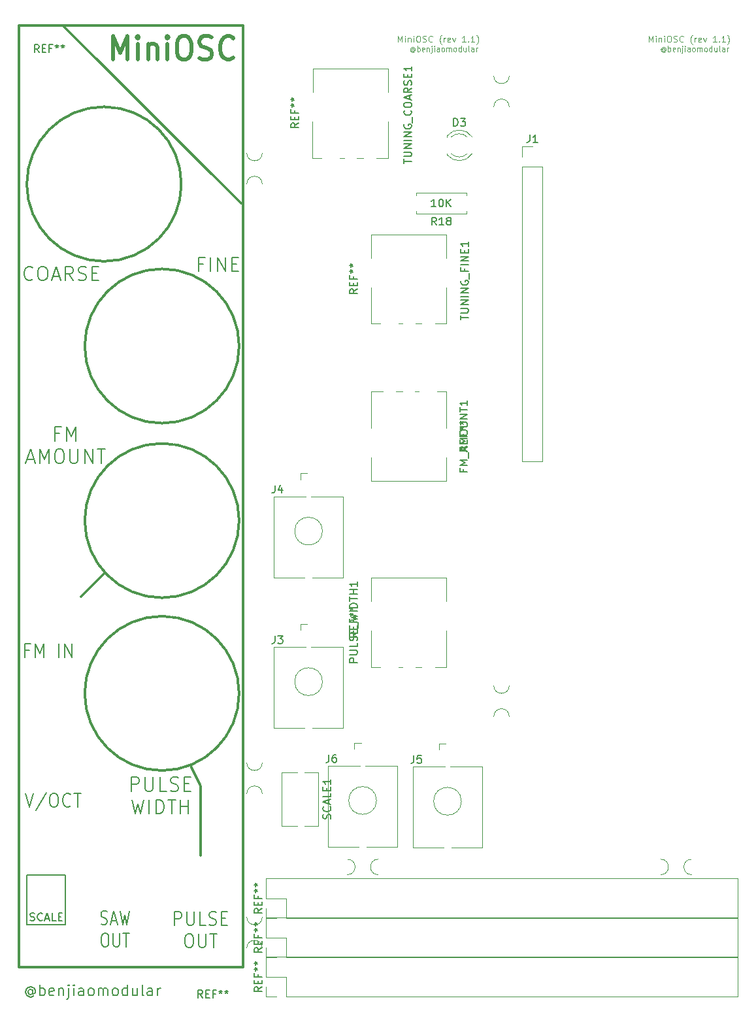
<source format=gbr>
%TF.GenerationSoftware,KiCad,Pcbnew,7.0.9*%
%TF.CreationDate,2023-12-20T21:33:15+01:00*%
%TF.ProjectId,MiniOSC,4d696e69-4f53-4432-9e6b-696361645f70,rev?*%
%TF.SameCoordinates,Original*%
%TF.FileFunction,Legend,Top*%
%TF.FilePolarity,Positive*%
%FSLAX46Y46*%
G04 Gerber Fmt 4.6, Leading zero omitted, Abs format (unit mm)*
G04 Created by KiCad (PCBNEW 7.0.9) date 2023-12-20 21:33:15*
%MOMM*%
%LPD*%
G01*
G04 APERTURE LIST*
%ADD10C,0.300000*%
%ADD11C,0.150000*%
%ADD12C,0.100000*%
%ADD13C,0.500000*%
%ADD14C,0.120000*%
G04 APERTURE END LIST*
D10*
X48500000Y-119500000D02*
X51500000Y-116500000D01*
X69500000Y-167500000D02*
X69500000Y-66500000D01*
X69500000Y-45500000D02*
X69500000Y-66500000D01*
X69000626Y-109611874D02*
G75*
G03*
X69000626Y-109611874I-10000626J0D01*
G01*
X61512492Y-66012492D02*
G75*
G03*
X61512492Y-66012492I-10012492J0D01*
G01*
X64000000Y-153000000D02*
X64000000Y-144000000D01*
D11*
X46500000Y-162000000D02*
X41500000Y-162000000D01*
X41500000Y-155500000D02*
X46500000Y-155500000D01*
D10*
X69000000Y-132000000D02*
G75*
G03*
X69000000Y-132000000I-10000000J0D01*
G01*
X40500000Y-45500000D02*
X69500000Y-45500000D01*
D11*
X46500000Y-155500000D02*
X46500000Y-162000000D01*
D10*
X40500000Y-167500000D02*
X69500000Y-167500000D01*
X46300000Y-45600000D02*
X69300000Y-68500000D01*
X40500000Y-45500000D02*
X40500000Y-167500000D01*
X64000000Y-144000000D02*
X62800000Y-141600000D01*
D11*
X41500000Y-162000000D02*
X41500000Y-155500000D01*
D10*
X69000000Y-87000000D02*
G75*
G03*
X69000000Y-87000000I-10000000J0D01*
G01*
D12*
X89593735Y-47614895D02*
X89593735Y-46814895D01*
X89593735Y-46814895D02*
X89860401Y-47386323D01*
X89860401Y-47386323D02*
X90127068Y-46814895D01*
X90127068Y-46814895D02*
X90127068Y-47614895D01*
X90508021Y-47614895D02*
X90508021Y-47081561D01*
X90508021Y-46814895D02*
X90469925Y-46852990D01*
X90469925Y-46852990D02*
X90508021Y-46891085D01*
X90508021Y-46891085D02*
X90546116Y-46852990D01*
X90546116Y-46852990D02*
X90508021Y-46814895D01*
X90508021Y-46814895D02*
X90508021Y-46891085D01*
X90888973Y-47081561D02*
X90888973Y-47614895D01*
X90888973Y-47157752D02*
X90927068Y-47119657D01*
X90927068Y-47119657D02*
X91003258Y-47081561D01*
X91003258Y-47081561D02*
X91117544Y-47081561D01*
X91117544Y-47081561D02*
X91193735Y-47119657D01*
X91193735Y-47119657D02*
X91231830Y-47195847D01*
X91231830Y-47195847D02*
X91231830Y-47614895D01*
X91612783Y-47614895D02*
X91612783Y-47081561D01*
X91612783Y-46814895D02*
X91574687Y-46852990D01*
X91574687Y-46852990D02*
X91612783Y-46891085D01*
X91612783Y-46891085D02*
X91650878Y-46852990D01*
X91650878Y-46852990D02*
X91612783Y-46814895D01*
X91612783Y-46814895D02*
X91612783Y-46891085D01*
X92146116Y-46814895D02*
X92298497Y-46814895D01*
X92298497Y-46814895D02*
X92374687Y-46852990D01*
X92374687Y-46852990D02*
X92450878Y-46929180D01*
X92450878Y-46929180D02*
X92488973Y-47081561D01*
X92488973Y-47081561D02*
X92488973Y-47348228D01*
X92488973Y-47348228D02*
X92450878Y-47500609D01*
X92450878Y-47500609D02*
X92374687Y-47576800D01*
X92374687Y-47576800D02*
X92298497Y-47614895D01*
X92298497Y-47614895D02*
X92146116Y-47614895D01*
X92146116Y-47614895D02*
X92069925Y-47576800D01*
X92069925Y-47576800D02*
X91993735Y-47500609D01*
X91993735Y-47500609D02*
X91955639Y-47348228D01*
X91955639Y-47348228D02*
X91955639Y-47081561D01*
X91955639Y-47081561D02*
X91993735Y-46929180D01*
X91993735Y-46929180D02*
X92069925Y-46852990D01*
X92069925Y-46852990D02*
X92146116Y-46814895D01*
X92793734Y-47576800D02*
X92908020Y-47614895D01*
X92908020Y-47614895D02*
X93098496Y-47614895D01*
X93098496Y-47614895D02*
X93174687Y-47576800D01*
X93174687Y-47576800D02*
X93212782Y-47538704D01*
X93212782Y-47538704D02*
X93250877Y-47462514D01*
X93250877Y-47462514D02*
X93250877Y-47386323D01*
X93250877Y-47386323D02*
X93212782Y-47310133D01*
X93212782Y-47310133D02*
X93174687Y-47272038D01*
X93174687Y-47272038D02*
X93098496Y-47233942D01*
X93098496Y-47233942D02*
X92946115Y-47195847D01*
X92946115Y-47195847D02*
X92869925Y-47157752D01*
X92869925Y-47157752D02*
X92831830Y-47119657D01*
X92831830Y-47119657D02*
X92793734Y-47043466D01*
X92793734Y-47043466D02*
X92793734Y-46967276D01*
X92793734Y-46967276D02*
X92831830Y-46891085D01*
X92831830Y-46891085D02*
X92869925Y-46852990D01*
X92869925Y-46852990D02*
X92946115Y-46814895D01*
X92946115Y-46814895D02*
X93136592Y-46814895D01*
X93136592Y-46814895D02*
X93250877Y-46852990D01*
X94050878Y-47538704D02*
X94012782Y-47576800D01*
X94012782Y-47576800D02*
X93898497Y-47614895D01*
X93898497Y-47614895D02*
X93822306Y-47614895D01*
X93822306Y-47614895D02*
X93708020Y-47576800D01*
X93708020Y-47576800D02*
X93631830Y-47500609D01*
X93631830Y-47500609D02*
X93593735Y-47424419D01*
X93593735Y-47424419D02*
X93555639Y-47272038D01*
X93555639Y-47272038D02*
X93555639Y-47157752D01*
X93555639Y-47157752D02*
X93593735Y-47005371D01*
X93593735Y-47005371D02*
X93631830Y-46929180D01*
X93631830Y-46929180D02*
X93708020Y-46852990D01*
X93708020Y-46852990D02*
X93822306Y-46814895D01*
X93822306Y-46814895D02*
X93898497Y-46814895D01*
X93898497Y-46814895D02*
X94012782Y-46852990D01*
X94012782Y-46852990D02*
X94050878Y-46891085D01*
X95231830Y-47919657D02*
X95193735Y-47881561D01*
X95193735Y-47881561D02*
X95117544Y-47767276D01*
X95117544Y-47767276D02*
X95079449Y-47691085D01*
X95079449Y-47691085D02*
X95041354Y-47576800D01*
X95041354Y-47576800D02*
X95003259Y-47386323D01*
X95003259Y-47386323D02*
X95003259Y-47233942D01*
X95003259Y-47233942D02*
X95041354Y-47043466D01*
X95041354Y-47043466D02*
X95079449Y-46929180D01*
X95079449Y-46929180D02*
X95117544Y-46852990D01*
X95117544Y-46852990D02*
X95193735Y-46738704D01*
X95193735Y-46738704D02*
X95231830Y-46700609D01*
X95536592Y-47614895D02*
X95536592Y-47081561D01*
X95536592Y-47233942D02*
X95574687Y-47157752D01*
X95574687Y-47157752D02*
X95612782Y-47119657D01*
X95612782Y-47119657D02*
X95688973Y-47081561D01*
X95688973Y-47081561D02*
X95765163Y-47081561D01*
X96336592Y-47576800D02*
X96260401Y-47614895D01*
X96260401Y-47614895D02*
X96108020Y-47614895D01*
X96108020Y-47614895D02*
X96031830Y-47576800D01*
X96031830Y-47576800D02*
X95993734Y-47500609D01*
X95993734Y-47500609D02*
X95993734Y-47195847D01*
X95993734Y-47195847D02*
X96031830Y-47119657D01*
X96031830Y-47119657D02*
X96108020Y-47081561D01*
X96108020Y-47081561D02*
X96260401Y-47081561D01*
X96260401Y-47081561D02*
X96336592Y-47119657D01*
X96336592Y-47119657D02*
X96374687Y-47195847D01*
X96374687Y-47195847D02*
X96374687Y-47272038D01*
X96374687Y-47272038D02*
X95993734Y-47348228D01*
X96641353Y-47081561D02*
X96831829Y-47614895D01*
X96831829Y-47614895D02*
X97022306Y-47081561D01*
X98355639Y-47614895D02*
X97898496Y-47614895D01*
X98127068Y-47614895D02*
X98127068Y-46814895D01*
X98127068Y-46814895D02*
X98050877Y-46929180D01*
X98050877Y-46929180D02*
X97974687Y-47005371D01*
X97974687Y-47005371D02*
X97898496Y-47043466D01*
X98698497Y-47538704D02*
X98736592Y-47576800D01*
X98736592Y-47576800D02*
X98698497Y-47614895D01*
X98698497Y-47614895D02*
X98660401Y-47576800D01*
X98660401Y-47576800D02*
X98698497Y-47538704D01*
X98698497Y-47538704D02*
X98698497Y-47614895D01*
X99498496Y-47614895D02*
X99041353Y-47614895D01*
X99269925Y-47614895D02*
X99269925Y-46814895D01*
X99269925Y-46814895D02*
X99193734Y-46929180D01*
X99193734Y-46929180D02*
X99117544Y-47005371D01*
X99117544Y-47005371D02*
X99041353Y-47043466D01*
X99765163Y-47919657D02*
X99803258Y-47881561D01*
X99803258Y-47881561D02*
X99879449Y-47767276D01*
X99879449Y-47767276D02*
X99917544Y-47691085D01*
X99917544Y-47691085D02*
X99955639Y-47576800D01*
X99955639Y-47576800D02*
X99993735Y-47386323D01*
X99993735Y-47386323D02*
X99993735Y-47233942D01*
X99993735Y-47233942D02*
X99955639Y-47043466D01*
X99955639Y-47043466D02*
X99917544Y-46929180D01*
X99917544Y-46929180D02*
X99879449Y-46852990D01*
X99879449Y-46852990D02*
X99803258Y-46738704D01*
X99803258Y-46738704D02*
X99765163Y-46700609D01*
X122093735Y-47614895D02*
X122093735Y-46814895D01*
X122093735Y-46814895D02*
X122360401Y-47386323D01*
X122360401Y-47386323D02*
X122627068Y-46814895D01*
X122627068Y-46814895D02*
X122627068Y-47614895D01*
X123008021Y-47614895D02*
X123008021Y-47081561D01*
X123008021Y-46814895D02*
X122969925Y-46852990D01*
X122969925Y-46852990D02*
X123008021Y-46891085D01*
X123008021Y-46891085D02*
X123046116Y-46852990D01*
X123046116Y-46852990D02*
X123008021Y-46814895D01*
X123008021Y-46814895D02*
X123008021Y-46891085D01*
X123388973Y-47081561D02*
X123388973Y-47614895D01*
X123388973Y-47157752D02*
X123427068Y-47119657D01*
X123427068Y-47119657D02*
X123503258Y-47081561D01*
X123503258Y-47081561D02*
X123617544Y-47081561D01*
X123617544Y-47081561D02*
X123693735Y-47119657D01*
X123693735Y-47119657D02*
X123731830Y-47195847D01*
X123731830Y-47195847D02*
X123731830Y-47614895D01*
X124112783Y-47614895D02*
X124112783Y-47081561D01*
X124112783Y-46814895D02*
X124074687Y-46852990D01*
X124074687Y-46852990D02*
X124112783Y-46891085D01*
X124112783Y-46891085D02*
X124150878Y-46852990D01*
X124150878Y-46852990D02*
X124112783Y-46814895D01*
X124112783Y-46814895D02*
X124112783Y-46891085D01*
X124646116Y-46814895D02*
X124798497Y-46814895D01*
X124798497Y-46814895D02*
X124874687Y-46852990D01*
X124874687Y-46852990D02*
X124950878Y-46929180D01*
X124950878Y-46929180D02*
X124988973Y-47081561D01*
X124988973Y-47081561D02*
X124988973Y-47348228D01*
X124988973Y-47348228D02*
X124950878Y-47500609D01*
X124950878Y-47500609D02*
X124874687Y-47576800D01*
X124874687Y-47576800D02*
X124798497Y-47614895D01*
X124798497Y-47614895D02*
X124646116Y-47614895D01*
X124646116Y-47614895D02*
X124569925Y-47576800D01*
X124569925Y-47576800D02*
X124493735Y-47500609D01*
X124493735Y-47500609D02*
X124455639Y-47348228D01*
X124455639Y-47348228D02*
X124455639Y-47081561D01*
X124455639Y-47081561D02*
X124493735Y-46929180D01*
X124493735Y-46929180D02*
X124569925Y-46852990D01*
X124569925Y-46852990D02*
X124646116Y-46814895D01*
X125293734Y-47576800D02*
X125408020Y-47614895D01*
X125408020Y-47614895D02*
X125598496Y-47614895D01*
X125598496Y-47614895D02*
X125674687Y-47576800D01*
X125674687Y-47576800D02*
X125712782Y-47538704D01*
X125712782Y-47538704D02*
X125750877Y-47462514D01*
X125750877Y-47462514D02*
X125750877Y-47386323D01*
X125750877Y-47386323D02*
X125712782Y-47310133D01*
X125712782Y-47310133D02*
X125674687Y-47272038D01*
X125674687Y-47272038D02*
X125598496Y-47233942D01*
X125598496Y-47233942D02*
X125446115Y-47195847D01*
X125446115Y-47195847D02*
X125369925Y-47157752D01*
X125369925Y-47157752D02*
X125331830Y-47119657D01*
X125331830Y-47119657D02*
X125293734Y-47043466D01*
X125293734Y-47043466D02*
X125293734Y-46967276D01*
X125293734Y-46967276D02*
X125331830Y-46891085D01*
X125331830Y-46891085D02*
X125369925Y-46852990D01*
X125369925Y-46852990D02*
X125446115Y-46814895D01*
X125446115Y-46814895D02*
X125636592Y-46814895D01*
X125636592Y-46814895D02*
X125750877Y-46852990D01*
X126550878Y-47538704D02*
X126512782Y-47576800D01*
X126512782Y-47576800D02*
X126398497Y-47614895D01*
X126398497Y-47614895D02*
X126322306Y-47614895D01*
X126322306Y-47614895D02*
X126208020Y-47576800D01*
X126208020Y-47576800D02*
X126131830Y-47500609D01*
X126131830Y-47500609D02*
X126093735Y-47424419D01*
X126093735Y-47424419D02*
X126055639Y-47272038D01*
X126055639Y-47272038D02*
X126055639Y-47157752D01*
X126055639Y-47157752D02*
X126093735Y-47005371D01*
X126093735Y-47005371D02*
X126131830Y-46929180D01*
X126131830Y-46929180D02*
X126208020Y-46852990D01*
X126208020Y-46852990D02*
X126322306Y-46814895D01*
X126322306Y-46814895D02*
X126398497Y-46814895D01*
X126398497Y-46814895D02*
X126512782Y-46852990D01*
X126512782Y-46852990D02*
X126550878Y-46891085D01*
X127731830Y-47919657D02*
X127693735Y-47881561D01*
X127693735Y-47881561D02*
X127617544Y-47767276D01*
X127617544Y-47767276D02*
X127579449Y-47691085D01*
X127579449Y-47691085D02*
X127541354Y-47576800D01*
X127541354Y-47576800D02*
X127503259Y-47386323D01*
X127503259Y-47386323D02*
X127503259Y-47233942D01*
X127503259Y-47233942D02*
X127541354Y-47043466D01*
X127541354Y-47043466D02*
X127579449Y-46929180D01*
X127579449Y-46929180D02*
X127617544Y-46852990D01*
X127617544Y-46852990D02*
X127693735Y-46738704D01*
X127693735Y-46738704D02*
X127731830Y-46700609D01*
X128036592Y-47614895D02*
X128036592Y-47081561D01*
X128036592Y-47233942D02*
X128074687Y-47157752D01*
X128074687Y-47157752D02*
X128112782Y-47119657D01*
X128112782Y-47119657D02*
X128188973Y-47081561D01*
X128188973Y-47081561D02*
X128265163Y-47081561D01*
X128836592Y-47576800D02*
X128760401Y-47614895D01*
X128760401Y-47614895D02*
X128608020Y-47614895D01*
X128608020Y-47614895D02*
X128531830Y-47576800D01*
X128531830Y-47576800D02*
X128493734Y-47500609D01*
X128493734Y-47500609D02*
X128493734Y-47195847D01*
X128493734Y-47195847D02*
X128531830Y-47119657D01*
X128531830Y-47119657D02*
X128608020Y-47081561D01*
X128608020Y-47081561D02*
X128760401Y-47081561D01*
X128760401Y-47081561D02*
X128836592Y-47119657D01*
X128836592Y-47119657D02*
X128874687Y-47195847D01*
X128874687Y-47195847D02*
X128874687Y-47272038D01*
X128874687Y-47272038D02*
X128493734Y-47348228D01*
X129141353Y-47081561D02*
X129331829Y-47614895D01*
X129331829Y-47614895D02*
X129522306Y-47081561D01*
X130855639Y-47614895D02*
X130398496Y-47614895D01*
X130627068Y-47614895D02*
X130627068Y-46814895D01*
X130627068Y-46814895D02*
X130550877Y-46929180D01*
X130550877Y-46929180D02*
X130474687Y-47005371D01*
X130474687Y-47005371D02*
X130398496Y-47043466D01*
X131198497Y-47538704D02*
X131236592Y-47576800D01*
X131236592Y-47576800D02*
X131198497Y-47614895D01*
X131198497Y-47614895D02*
X131160401Y-47576800D01*
X131160401Y-47576800D02*
X131198497Y-47538704D01*
X131198497Y-47538704D02*
X131198497Y-47614895D01*
X131998496Y-47614895D02*
X131541353Y-47614895D01*
X131769925Y-47614895D02*
X131769925Y-46814895D01*
X131769925Y-46814895D02*
X131693734Y-46929180D01*
X131693734Y-46929180D02*
X131617544Y-47005371D01*
X131617544Y-47005371D02*
X131541353Y-47043466D01*
X132265163Y-47919657D02*
X132303258Y-47881561D01*
X132303258Y-47881561D02*
X132379449Y-47767276D01*
X132379449Y-47767276D02*
X132417544Y-47691085D01*
X132417544Y-47691085D02*
X132455639Y-47576800D01*
X132455639Y-47576800D02*
X132493735Y-47386323D01*
X132493735Y-47386323D02*
X132493735Y-47233942D01*
X132493735Y-47233942D02*
X132455639Y-47043466D01*
X132455639Y-47043466D02*
X132417544Y-46929180D01*
X132417544Y-46929180D02*
X132379449Y-46852990D01*
X132379449Y-46852990D02*
X132303258Y-46738704D01*
X132303258Y-46738704D02*
X132265163Y-46700609D01*
X91616669Y-48485300D02*
X91583335Y-48451966D01*
X91583335Y-48451966D02*
X91516669Y-48418633D01*
X91516669Y-48418633D02*
X91450002Y-48418633D01*
X91450002Y-48418633D02*
X91383335Y-48451966D01*
X91383335Y-48451966D02*
X91350002Y-48485300D01*
X91350002Y-48485300D02*
X91316669Y-48551966D01*
X91316669Y-48551966D02*
X91316669Y-48618633D01*
X91316669Y-48618633D02*
X91350002Y-48685300D01*
X91350002Y-48685300D02*
X91383335Y-48718633D01*
X91383335Y-48718633D02*
X91450002Y-48751966D01*
X91450002Y-48751966D02*
X91516669Y-48751966D01*
X91516669Y-48751966D02*
X91583335Y-48718633D01*
X91583335Y-48718633D02*
X91616669Y-48685300D01*
X91616669Y-48418633D02*
X91616669Y-48685300D01*
X91616669Y-48685300D02*
X91650002Y-48718633D01*
X91650002Y-48718633D02*
X91683335Y-48718633D01*
X91683335Y-48718633D02*
X91750002Y-48685300D01*
X91750002Y-48685300D02*
X91783335Y-48618633D01*
X91783335Y-48618633D02*
X91783335Y-48451966D01*
X91783335Y-48451966D02*
X91716669Y-48351966D01*
X91716669Y-48351966D02*
X91616669Y-48285300D01*
X91616669Y-48285300D02*
X91483335Y-48251966D01*
X91483335Y-48251966D02*
X91350002Y-48285300D01*
X91350002Y-48285300D02*
X91250002Y-48351966D01*
X91250002Y-48351966D02*
X91183335Y-48451966D01*
X91183335Y-48451966D02*
X91150002Y-48585300D01*
X91150002Y-48585300D02*
X91183335Y-48718633D01*
X91183335Y-48718633D02*
X91250002Y-48818633D01*
X91250002Y-48818633D02*
X91350002Y-48885300D01*
X91350002Y-48885300D02*
X91483335Y-48918633D01*
X91483335Y-48918633D02*
X91616669Y-48885300D01*
X91616669Y-48885300D02*
X91716669Y-48818633D01*
X92083335Y-48818633D02*
X92083335Y-48118633D01*
X92083335Y-48385300D02*
X92150002Y-48351966D01*
X92150002Y-48351966D02*
X92283335Y-48351966D01*
X92283335Y-48351966D02*
X92350002Y-48385300D01*
X92350002Y-48385300D02*
X92383335Y-48418633D01*
X92383335Y-48418633D02*
X92416669Y-48485300D01*
X92416669Y-48485300D02*
X92416669Y-48685300D01*
X92416669Y-48685300D02*
X92383335Y-48751966D01*
X92383335Y-48751966D02*
X92350002Y-48785300D01*
X92350002Y-48785300D02*
X92283335Y-48818633D01*
X92283335Y-48818633D02*
X92150002Y-48818633D01*
X92150002Y-48818633D02*
X92083335Y-48785300D01*
X92983335Y-48785300D02*
X92916668Y-48818633D01*
X92916668Y-48818633D02*
X92783335Y-48818633D01*
X92783335Y-48818633D02*
X92716668Y-48785300D01*
X92716668Y-48785300D02*
X92683335Y-48718633D01*
X92683335Y-48718633D02*
X92683335Y-48451966D01*
X92683335Y-48451966D02*
X92716668Y-48385300D01*
X92716668Y-48385300D02*
X92783335Y-48351966D01*
X92783335Y-48351966D02*
X92916668Y-48351966D01*
X92916668Y-48351966D02*
X92983335Y-48385300D01*
X92983335Y-48385300D02*
X93016668Y-48451966D01*
X93016668Y-48451966D02*
X93016668Y-48518633D01*
X93016668Y-48518633D02*
X92683335Y-48585300D01*
X93316668Y-48351966D02*
X93316668Y-48818633D01*
X93316668Y-48418633D02*
X93350002Y-48385300D01*
X93350002Y-48385300D02*
X93416668Y-48351966D01*
X93416668Y-48351966D02*
X93516668Y-48351966D01*
X93516668Y-48351966D02*
X93583335Y-48385300D01*
X93583335Y-48385300D02*
X93616668Y-48451966D01*
X93616668Y-48451966D02*
X93616668Y-48818633D01*
X93950001Y-48351966D02*
X93950001Y-48951966D01*
X93950001Y-48951966D02*
X93916668Y-49018633D01*
X93916668Y-49018633D02*
X93850001Y-49051966D01*
X93850001Y-49051966D02*
X93816668Y-49051966D01*
X93950001Y-48118633D02*
X93916668Y-48151966D01*
X93916668Y-48151966D02*
X93950001Y-48185300D01*
X93950001Y-48185300D02*
X93983335Y-48151966D01*
X93983335Y-48151966D02*
X93950001Y-48118633D01*
X93950001Y-48118633D02*
X93950001Y-48185300D01*
X94283334Y-48818633D02*
X94283334Y-48351966D01*
X94283334Y-48118633D02*
X94250001Y-48151966D01*
X94250001Y-48151966D02*
X94283334Y-48185300D01*
X94283334Y-48185300D02*
X94316668Y-48151966D01*
X94316668Y-48151966D02*
X94283334Y-48118633D01*
X94283334Y-48118633D02*
X94283334Y-48185300D01*
X94916667Y-48818633D02*
X94916667Y-48451966D01*
X94916667Y-48451966D02*
X94883334Y-48385300D01*
X94883334Y-48385300D02*
X94816667Y-48351966D01*
X94816667Y-48351966D02*
X94683334Y-48351966D01*
X94683334Y-48351966D02*
X94616667Y-48385300D01*
X94916667Y-48785300D02*
X94850001Y-48818633D01*
X94850001Y-48818633D02*
X94683334Y-48818633D01*
X94683334Y-48818633D02*
X94616667Y-48785300D01*
X94616667Y-48785300D02*
X94583334Y-48718633D01*
X94583334Y-48718633D02*
X94583334Y-48651966D01*
X94583334Y-48651966D02*
X94616667Y-48585300D01*
X94616667Y-48585300D02*
X94683334Y-48551966D01*
X94683334Y-48551966D02*
X94850001Y-48551966D01*
X94850001Y-48551966D02*
X94916667Y-48518633D01*
X95350000Y-48818633D02*
X95283334Y-48785300D01*
X95283334Y-48785300D02*
X95250000Y-48751966D01*
X95250000Y-48751966D02*
X95216667Y-48685300D01*
X95216667Y-48685300D02*
X95216667Y-48485300D01*
X95216667Y-48485300D02*
X95250000Y-48418633D01*
X95250000Y-48418633D02*
X95283334Y-48385300D01*
X95283334Y-48385300D02*
X95350000Y-48351966D01*
X95350000Y-48351966D02*
X95450000Y-48351966D01*
X95450000Y-48351966D02*
X95516667Y-48385300D01*
X95516667Y-48385300D02*
X95550000Y-48418633D01*
X95550000Y-48418633D02*
X95583334Y-48485300D01*
X95583334Y-48485300D02*
X95583334Y-48685300D01*
X95583334Y-48685300D02*
X95550000Y-48751966D01*
X95550000Y-48751966D02*
X95516667Y-48785300D01*
X95516667Y-48785300D02*
X95450000Y-48818633D01*
X95450000Y-48818633D02*
X95350000Y-48818633D01*
X95883333Y-48818633D02*
X95883333Y-48351966D01*
X95883333Y-48418633D02*
X95916667Y-48385300D01*
X95916667Y-48385300D02*
X95983333Y-48351966D01*
X95983333Y-48351966D02*
X96083333Y-48351966D01*
X96083333Y-48351966D02*
X96150000Y-48385300D01*
X96150000Y-48385300D02*
X96183333Y-48451966D01*
X96183333Y-48451966D02*
X96183333Y-48818633D01*
X96183333Y-48451966D02*
X96216667Y-48385300D01*
X96216667Y-48385300D02*
X96283333Y-48351966D01*
X96283333Y-48351966D02*
X96383333Y-48351966D01*
X96383333Y-48351966D02*
X96450000Y-48385300D01*
X96450000Y-48385300D02*
X96483333Y-48451966D01*
X96483333Y-48451966D02*
X96483333Y-48818633D01*
X96916666Y-48818633D02*
X96850000Y-48785300D01*
X96850000Y-48785300D02*
X96816666Y-48751966D01*
X96816666Y-48751966D02*
X96783333Y-48685300D01*
X96783333Y-48685300D02*
X96783333Y-48485300D01*
X96783333Y-48485300D02*
X96816666Y-48418633D01*
X96816666Y-48418633D02*
X96850000Y-48385300D01*
X96850000Y-48385300D02*
X96916666Y-48351966D01*
X96916666Y-48351966D02*
X97016666Y-48351966D01*
X97016666Y-48351966D02*
X97083333Y-48385300D01*
X97083333Y-48385300D02*
X97116666Y-48418633D01*
X97116666Y-48418633D02*
X97150000Y-48485300D01*
X97150000Y-48485300D02*
X97150000Y-48685300D01*
X97150000Y-48685300D02*
X97116666Y-48751966D01*
X97116666Y-48751966D02*
X97083333Y-48785300D01*
X97083333Y-48785300D02*
X97016666Y-48818633D01*
X97016666Y-48818633D02*
X96916666Y-48818633D01*
X97749999Y-48818633D02*
X97749999Y-48118633D01*
X97749999Y-48785300D02*
X97683333Y-48818633D01*
X97683333Y-48818633D02*
X97549999Y-48818633D01*
X97549999Y-48818633D02*
X97483333Y-48785300D01*
X97483333Y-48785300D02*
X97449999Y-48751966D01*
X97449999Y-48751966D02*
X97416666Y-48685300D01*
X97416666Y-48685300D02*
X97416666Y-48485300D01*
X97416666Y-48485300D02*
X97449999Y-48418633D01*
X97449999Y-48418633D02*
X97483333Y-48385300D01*
X97483333Y-48385300D02*
X97549999Y-48351966D01*
X97549999Y-48351966D02*
X97683333Y-48351966D01*
X97683333Y-48351966D02*
X97749999Y-48385300D01*
X98383332Y-48351966D02*
X98383332Y-48818633D01*
X98083332Y-48351966D02*
X98083332Y-48718633D01*
X98083332Y-48718633D02*
X98116666Y-48785300D01*
X98116666Y-48785300D02*
X98183332Y-48818633D01*
X98183332Y-48818633D02*
X98283332Y-48818633D01*
X98283332Y-48818633D02*
X98349999Y-48785300D01*
X98349999Y-48785300D02*
X98383332Y-48751966D01*
X98816665Y-48818633D02*
X98749999Y-48785300D01*
X98749999Y-48785300D02*
X98716665Y-48718633D01*
X98716665Y-48718633D02*
X98716665Y-48118633D01*
X99383332Y-48818633D02*
X99383332Y-48451966D01*
X99383332Y-48451966D02*
X99349999Y-48385300D01*
X99349999Y-48385300D02*
X99283332Y-48351966D01*
X99283332Y-48351966D02*
X99149999Y-48351966D01*
X99149999Y-48351966D02*
X99083332Y-48385300D01*
X99383332Y-48785300D02*
X99316666Y-48818633D01*
X99316666Y-48818633D02*
X99149999Y-48818633D01*
X99149999Y-48818633D02*
X99083332Y-48785300D01*
X99083332Y-48785300D02*
X99049999Y-48718633D01*
X99049999Y-48718633D02*
X99049999Y-48651966D01*
X99049999Y-48651966D02*
X99083332Y-48585300D01*
X99083332Y-48585300D02*
X99149999Y-48551966D01*
X99149999Y-48551966D02*
X99316666Y-48551966D01*
X99316666Y-48551966D02*
X99383332Y-48518633D01*
X99716665Y-48818633D02*
X99716665Y-48351966D01*
X99716665Y-48485300D02*
X99749999Y-48418633D01*
X99749999Y-48418633D02*
X99783332Y-48385300D01*
X99783332Y-48385300D02*
X99849999Y-48351966D01*
X99849999Y-48351966D02*
X99916665Y-48351966D01*
X124116669Y-48485300D02*
X124083335Y-48451966D01*
X124083335Y-48451966D02*
X124016669Y-48418633D01*
X124016669Y-48418633D02*
X123950002Y-48418633D01*
X123950002Y-48418633D02*
X123883335Y-48451966D01*
X123883335Y-48451966D02*
X123850002Y-48485300D01*
X123850002Y-48485300D02*
X123816669Y-48551966D01*
X123816669Y-48551966D02*
X123816669Y-48618633D01*
X123816669Y-48618633D02*
X123850002Y-48685300D01*
X123850002Y-48685300D02*
X123883335Y-48718633D01*
X123883335Y-48718633D02*
X123950002Y-48751966D01*
X123950002Y-48751966D02*
X124016669Y-48751966D01*
X124016669Y-48751966D02*
X124083335Y-48718633D01*
X124083335Y-48718633D02*
X124116669Y-48685300D01*
X124116669Y-48418633D02*
X124116669Y-48685300D01*
X124116669Y-48685300D02*
X124150002Y-48718633D01*
X124150002Y-48718633D02*
X124183335Y-48718633D01*
X124183335Y-48718633D02*
X124250002Y-48685300D01*
X124250002Y-48685300D02*
X124283335Y-48618633D01*
X124283335Y-48618633D02*
X124283335Y-48451966D01*
X124283335Y-48451966D02*
X124216669Y-48351966D01*
X124216669Y-48351966D02*
X124116669Y-48285300D01*
X124116669Y-48285300D02*
X123983335Y-48251966D01*
X123983335Y-48251966D02*
X123850002Y-48285300D01*
X123850002Y-48285300D02*
X123750002Y-48351966D01*
X123750002Y-48351966D02*
X123683335Y-48451966D01*
X123683335Y-48451966D02*
X123650002Y-48585300D01*
X123650002Y-48585300D02*
X123683335Y-48718633D01*
X123683335Y-48718633D02*
X123750002Y-48818633D01*
X123750002Y-48818633D02*
X123850002Y-48885300D01*
X123850002Y-48885300D02*
X123983335Y-48918633D01*
X123983335Y-48918633D02*
X124116669Y-48885300D01*
X124116669Y-48885300D02*
X124216669Y-48818633D01*
X124583335Y-48818633D02*
X124583335Y-48118633D01*
X124583335Y-48385300D02*
X124650002Y-48351966D01*
X124650002Y-48351966D02*
X124783335Y-48351966D01*
X124783335Y-48351966D02*
X124850002Y-48385300D01*
X124850002Y-48385300D02*
X124883335Y-48418633D01*
X124883335Y-48418633D02*
X124916669Y-48485300D01*
X124916669Y-48485300D02*
X124916669Y-48685300D01*
X124916669Y-48685300D02*
X124883335Y-48751966D01*
X124883335Y-48751966D02*
X124850002Y-48785300D01*
X124850002Y-48785300D02*
X124783335Y-48818633D01*
X124783335Y-48818633D02*
X124650002Y-48818633D01*
X124650002Y-48818633D02*
X124583335Y-48785300D01*
X125483335Y-48785300D02*
X125416668Y-48818633D01*
X125416668Y-48818633D02*
X125283335Y-48818633D01*
X125283335Y-48818633D02*
X125216668Y-48785300D01*
X125216668Y-48785300D02*
X125183335Y-48718633D01*
X125183335Y-48718633D02*
X125183335Y-48451966D01*
X125183335Y-48451966D02*
X125216668Y-48385300D01*
X125216668Y-48385300D02*
X125283335Y-48351966D01*
X125283335Y-48351966D02*
X125416668Y-48351966D01*
X125416668Y-48351966D02*
X125483335Y-48385300D01*
X125483335Y-48385300D02*
X125516668Y-48451966D01*
X125516668Y-48451966D02*
X125516668Y-48518633D01*
X125516668Y-48518633D02*
X125183335Y-48585300D01*
X125816668Y-48351966D02*
X125816668Y-48818633D01*
X125816668Y-48418633D02*
X125850002Y-48385300D01*
X125850002Y-48385300D02*
X125916668Y-48351966D01*
X125916668Y-48351966D02*
X126016668Y-48351966D01*
X126016668Y-48351966D02*
X126083335Y-48385300D01*
X126083335Y-48385300D02*
X126116668Y-48451966D01*
X126116668Y-48451966D02*
X126116668Y-48818633D01*
X126450001Y-48351966D02*
X126450001Y-48951966D01*
X126450001Y-48951966D02*
X126416668Y-49018633D01*
X126416668Y-49018633D02*
X126350001Y-49051966D01*
X126350001Y-49051966D02*
X126316668Y-49051966D01*
X126450001Y-48118633D02*
X126416668Y-48151966D01*
X126416668Y-48151966D02*
X126450001Y-48185300D01*
X126450001Y-48185300D02*
X126483335Y-48151966D01*
X126483335Y-48151966D02*
X126450001Y-48118633D01*
X126450001Y-48118633D02*
X126450001Y-48185300D01*
X126783334Y-48818633D02*
X126783334Y-48351966D01*
X126783334Y-48118633D02*
X126750001Y-48151966D01*
X126750001Y-48151966D02*
X126783334Y-48185300D01*
X126783334Y-48185300D02*
X126816668Y-48151966D01*
X126816668Y-48151966D02*
X126783334Y-48118633D01*
X126783334Y-48118633D02*
X126783334Y-48185300D01*
X127416667Y-48818633D02*
X127416667Y-48451966D01*
X127416667Y-48451966D02*
X127383334Y-48385300D01*
X127383334Y-48385300D02*
X127316667Y-48351966D01*
X127316667Y-48351966D02*
X127183334Y-48351966D01*
X127183334Y-48351966D02*
X127116667Y-48385300D01*
X127416667Y-48785300D02*
X127350001Y-48818633D01*
X127350001Y-48818633D02*
X127183334Y-48818633D01*
X127183334Y-48818633D02*
X127116667Y-48785300D01*
X127116667Y-48785300D02*
X127083334Y-48718633D01*
X127083334Y-48718633D02*
X127083334Y-48651966D01*
X127083334Y-48651966D02*
X127116667Y-48585300D01*
X127116667Y-48585300D02*
X127183334Y-48551966D01*
X127183334Y-48551966D02*
X127350001Y-48551966D01*
X127350001Y-48551966D02*
X127416667Y-48518633D01*
X127850000Y-48818633D02*
X127783334Y-48785300D01*
X127783334Y-48785300D02*
X127750000Y-48751966D01*
X127750000Y-48751966D02*
X127716667Y-48685300D01*
X127716667Y-48685300D02*
X127716667Y-48485300D01*
X127716667Y-48485300D02*
X127750000Y-48418633D01*
X127750000Y-48418633D02*
X127783334Y-48385300D01*
X127783334Y-48385300D02*
X127850000Y-48351966D01*
X127850000Y-48351966D02*
X127950000Y-48351966D01*
X127950000Y-48351966D02*
X128016667Y-48385300D01*
X128016667Y-48385300D02*
X128050000Y-48418633D01*
X128050000Y-48418633D02*
X128083334Y-48485300D01*
X128083334Y-48485300D02*
X128083334Y-48685300D01*
X128083334Y-48685300D02*
X128050000Y-48751966D01*
X128050000Y-48751966D02*
X128016667Y-48785300D01*
X128016667Y-48785300D02*
X127950000Y-48818633D01*
X127950000Y-48818633D02*
X127850000Y-48818633D01*
X128383333Y-48818633D02*
X128383333Y-48351966D01*
X128383333Y-48418633D02*
X128416667Y-48385300D01*
X128416667Y-48385300D02*
X128483333Y-48351966D01*
X128483333Y-48351966D02*
X128583333Y-48351966D01*
X128583333Y-48351966D02*
X128650000Y-48385300D01*
X128650000Y-48385300D02*
X128683333Y-48451966D01*
X128683333Y-48451966D02*
X128683333Y-48818633D01*
X128683333Y-48451966D02*
X128716667Y-48385300D01*
X128716667Y-48385300D02*
X128783333Y-48351966D01*
X128783333Y-48351966D02*
X128883333Y-48351966D01*
X128883333Y-48351966D02*
X128950000Y-48385300D01*
X128950000Y-48385300D02*
X128983333Y-48451966D01*
X128983333Y-48451966D02*
X128983333Y-48818633D01*
X129416666Y-48818633D02*
X129350000Y-48785300D01*
X129350000Y-48785300D02*
X129316666Y-48751966D01*
X129316666Y-48751966D02*
X129283333Y-48685300D01*
X129283333Y-48685300D02*
X129283333Y-48485300D01*
X129283333Y-48485300D02*
X129316666Y-48418633D01*
X129316666Y-48418633D02*
X129350000Y-48385300D01*
X129350000Y-48385300D02*
X129416666Y-48351966D01*
X129416666Y-48351966D02*
X129516666Y-48351966D01*
X129516666Y-48351966D02*
X129583333Y-48385300D01*
X129583333Y-48385300D02*
X129616666Y-48418633D01*
X129616666Y-48418633D02*
X129650000Y-48485300D01*
X129650000Y-48485300D02*
X129650000Y-48685300D01*
X129650000Y-48685300D02*
X129616666Y-48751966D01*
X129616666Y-48751966D02*
X129583333Y-48785300D01*
X129583333Y-48785300D02*
X129516666Y-48818633D01*
X129516666Y-48818633D02*
X129416666Y-48818633D01*
X130249999Y-48818633D02*
X130249999Y-48118633D01*
X130249999Y-48785300D02*
X130183333Y-48818633D01*
X130183333Y-48818633D02*
X130049999Y-48818633D01*
X130049999Y-48818633D02*
X129983333Y-48785300D01*
X129983333Y-48785300D02*
X129949999Y-48751966D01*
X129949999Y-48751966D02*
X129916666Y-48685300D01*
X129916666Y-48685300D02*
X129916666Y-48485300D01*
X129916666Y-48485300D02*
X129949999Y-48418633D01*
X129949999Y-48418633D02*
X129983333Y-48385300D01*
X129983333Y-48385300D02*
X130049999Y-48351966D01*
X130049999Y-48351966D02*
X130183333Y-48351966D01*
X130183333Y-48351966D02*
X130249999Y-48385300D01*
X130883332Y-48351966D02*
X130883332Y-48818633D01*
X130583332Y-48351966D02*
X130583332Y-48718633D01*
X130583332Y-48718633D02*
X130616666Y-48785300D01*
X130616666Y-48785300D02*
X130683332Y-48818633D01*
X130683332Y-48818633D02*
X130783332Y-48818633D01*
X130783332Y-48818633D02*
X130849999Y-48785300D01*
X130849999Y-48785300D02*
X130883332Y-48751966D01*
X131316665Y-48818633D02*
X131249999Y-48785300D01*
X131249999Y-48785300D02*
X131216665Y-48718633D01*
X131216665Y-48718633D02*
X131216665Y-48118633D01*
X131883332Y-48818633D02*
X131883332Y-48451966D01*
X131883332Y-48451966D02*
X131849999Y-48385300D01*
X131849999Y-48385300D02*
X131783332Y-48351966D01*
X131783332Y-48351966D02*
X131649999Y-48351966D01*
X131649999Y-48351966D02*
X131583332Y-48385300D01*
X131883332Y-48785300D02*
X131816666Y-48818633D01*
X131816666Y-48818633D02*
X131649999Y-48818633D01*
X131649999Y-48818633D02*
X131583332Y-48785300D01*
X131583332Y-48785300D02*
X131549999Y-48718633D01*
X131549999Y-48718633D02*
X131549999Y-48651966D01*
X131549999Y-48651966D02*
X131583332Y-48585300D01*
X131583332Y-48585300D02*
X131649999Y-48551966D01*
X131649999Y-48551966D02*
X131816666Y-48551966D01*
X131816666Y-48551966D02*
X131883332Y-48518633D01*
X132216665Y-48818633D02*
X132216665Y-48351966D01*
X132216665Y-48485300D02*
X132249999Y-48418633D01*
X132249999Y-48418633D02*
X132283332Y-48385300D01*
X132283332Y-48385300D02*
X132349999Y-48351966D01*
X132349999Y-48351966D02*
X132416665Y-48351966D01*
D11*
X41785714Y-126382057D02*
X41252381Y-126382057D01*
X41252381Y-127324914D02*
X41252381Y-125524914D01*
X41252381Y-125524914D02*
X42014286Y-125524914D01*
X42623810Y-127324914D02*
X42623810Y-125524914D01*
X42623810Y-125524914D02*
X43157143Y-126810628D01*
X43157143Y-126810628D02*
X43690477Y-125524914D01*
X43690477Y-125524914D02*
X43690477Y-127324914D01*
X45671429Y-127324914D02*
X45671429Y-125524914D01*
X46433334Y-127324914D02*
X46433334Y-125524914D01*
X46433334Y-125524914D02*
X47347620Y-127324914D01*
X47347620Y-127324914D02*
X47347620Y-125524914D01*
X41280952Y-144924914D02*
X41814286Y-146724914D01*
X41814286Y-146724914D02*
X42347619Y-144924914D01*
X44023810Y-144839200D02*
X42652381Y-147153485D01*
X44861905Y-144924914D02*
X45166667Y-144924914D01*
X45166667Y-144924914D02*
X45319048Y-145010628D01*
X45319048Y-145010628D02*
X45471429Y-145182057D01*
X45471429Y-145182057D02*
X45547619Y-145524914D01*
X45547619Y-145524914D02*
X45547619Y-146124914D01*
X45547619Y-146124914D02*
X45471429Y-146467771D01*
X45471429Y-146467771D02*
X45319048Y-146639200D01*
X45319048Y-146639200D02*
X45166667Y-146724914D01*
X45166667Y-146724914D02*
X44861905Y-146724914D01*
X44861905Y-146724914D02*
X44709524Y-146639200D01*
X44709524Y-146639200D02*
X44557143Y-146467771D01*
X44557143Y-146467771D02*
X44480952Y-146124914D01*
X44480952Y-146124914D02*
X44480952Y-145524914D01*
X44480952Y-145524914D02*
X44557143Y-145182057D01*
X44557143Y-145182057D02*
X44709524Y-145010628D01*
X44709524Y-145010628D02*
X44861905Y-144924914D01*
X47147619Y-146553485D02*
X47071428Y-146639200D01*
X47071428Y-146639200D02*
X46842857Y-146724914D01*
X46842857Y-146724914D02*
X46690476Y-146724914D01*
X46690476Y-146724914D02*
X46461904Y-146639200D01*
X46461904Y-146639200D02*
X46309523Y-146467771D01*
X46309523Y-146467771D02*
X46233333Y-146296342D01*
X46233333Y-146296342D02*
X46157142Y-145953485D01*
X46157142Y-145953485D02*
X46157142Y-145696342D01*
X46157142Y-145696342D02*
X46233333Y-145353485D01*
X46233333Y-145353485D02*
X46309523Y-145182057D01*
X46309523Y-145182057D02*
X46461904Y-145010628D01*
X46461904Y-145010628D02*
X46690476Y-144924914D01*
X46690476Y-144924914D02*
X46842857Y-144924914D01*
X46842857Y-144924914D02*
X47071428Y-145010628D01*
X47071428Y-145010628D02*
X47147619Y-145096342D01*
X47604761Y-144924914D02*
X48519047Y-144924914D01*
X48061904Y-146724914D02*
X48061904Y-144924914D01*
X42271428Y-78353485D02*
X42185714Y-78439200D01*
X42185714Y-78439200D02*
X41928571Y-78524914D01*
X41928571Y-78524914D02*
X41757143Y-78524914D01*
X41757143Y-78524914D02*
X41500000Y-78439200D01*
X41500000Y-78439200D02*
X41328571Y-78267771D01*
X41328571Y-78267771D02*
X41242857Y-78096342D01*
X41242857Y-78096342D02*
X41157143Y-77753485D01*
X41157143Y-77753485D02*
X41157143Y-77496342D01*
X41157143Y-77496342D02*
X41242857Y-77153485D01*
X41242857Y-77153485D02*
X41328571Y-76982057D01*
X41328571Y-76982057D02*
X41500000Y-76810628D01*
X41500000Y-76810628D02*
X41757143Y-76724914D01*
X41757143Y-76724914D02*
X41928571Y-76724914D01*
X41928571Y-76724914D02*
X42185714Y-76810628D01*
X42185714Y-76810628D02*
X42271428Y-76896342D01*
X43385714Y-76724914D02*
X43728571Y-76724914D01*
X43728571Y-76724914D02*
X43900000Y-76810628D01*
X43900000Y-76810628D02*
X44071428Y-76982057D01*
X44071428Y-76982057D02*
X44157143Y-77324914D01*
X44157143Y-77324914D02*
X44157143Y-77924914D01*
X44157143Y-77924914D02*
X44071428Y-78267771D01*
X44071428Y-78267771D02*
X43900000Y-78439200D01*
X43900000Y-78439200D02*
X43728571Y-78524914D01*
X43728571Y-78524914D02*
X43385714Y-78524914D01*
X43385714Y-78524914D02*
X43214286Y-78439200D01*
X43214286Y-78439200D02*
X43042857Y-78267771D01*
X43042857Y-78267771D02*
X42957143Y-77924914D01*
X42957143Y-77924914D02*
X42957143Y-77324914D01*
X42957143Y-77324914D02*
X43042857Y-76982057D01*
X43042857Y-76982057D02*
X43214286Y-76810628D01*
X43214286Y-76810628D02*
X43385714Y-76724914D01*
X44842857Y-78010628D02*
X45700000Y-78010628D01*
X44671428Y-78524914D02*
X45271428Y-76724914D01*
X45271428Y-76724914D02*
X45871428Y-78524914D01*
X47499999Y-78524914D02*
X46899999Y-77667771D01*
X46471428Y-78524914D02*
X46471428Y-76724914D01*
X46471428Y-76724914D02*
X47157142Y-76724914D01*
X47157142Y-76724914D02*
X47328571Y-76810628D01*
X47328571Y-76810628D02*
X47414285Y-76896342D01*
X47414285Y-76896342D02*
X47499999Y-77067771D01*
X47499999Y-77067771D02*
X47499999Y-77324914D01*
X47499999Y-77324914D02*
X47414285Y-77496342D01*
X47414285Y-77496342D02*
X47328571Y-77582057D01*
X47328571Y-77582057D02*
X47157142Y-77667771D01*
X47157142Y-77667771D02*
X46471428Y-77667771D01*
X48185714Y-78439200D02*
X48442857Y-78524914D01*
X48442857Y-78524914D02*
X48871428Y-78524914D01*
X48871428Y-78524914D02*
X49042857Y-78439200D01*
X49042857Y-78439200D02*
X49128571Y-78353485D01*
X49128571Y-78353485D02*
X49214285Y-78182057D01*
X49214285Y-78182057D02*
X49214285Y-78010628D01*
X49214285Y-78010628D02*
X49128571Y-77839200D01*
X49128571Y-77839200D02*
X49042857Y-77753485D01*
X49042857Y-77753485D02*
X48871428Y-77667771D01*
X48871428Y-77667771D02*
X48528571Y-77582057D01*
X48528571Y-77582057D02*
X48357142Y-77496342D01*
X48357142Y-77496342D02*
X48271428Y-77410628D01*
X48271428Y-77410628D02*
X48185714Y-77239200D01*
X48185714Y-77239200D02*
X48185714Y-77067771D01*
X48185714Y-77067771D02*
X48271428Y-76896342D01*
X48271428Y-76896342D02*
X48357142Y-76810628D01*
X48357142Y-76810628D02*
X48528571Y-76724914D01*
X48528571Y-76724914D02*
X48957142Y-76724914D01*
X48957142Y-76724914D02*
X49214285Y-76810628D01*
X49985714Y-77582057D02*
X50585714Y-77582057D01*
X50842857Y-78524914D02*
X49985714Y-78524914D01*
X49985714Y-78524914D02*
X49985714Y-76724914D01*
X49985714Y-76724914D02*
X50842857Y-76724914D01*
X51100000Y-161890200D02*
X51300000Y-161975914D01*
X51300000Y-161975914D02*
X51633334Y-161975914D01*
X51633334Y-161975914D02*
X51766667Y-161890200D01*
X51766667Y-161890200D02*
X51833334Y-161804485D01*
X51833334Y-161804485D02*
X51900000Y-161633057D01*
X51900000Y-161633057D02*
X51900000Y-161461628D01*
X51900000Y-161461628D02*
X51833334Y-161290200D01*
X51833334Y-161290200D02*
X51766667Y-161204485D01*
X51766667Y-161204485D02*
X51633334Y-161118771D01*
X51633334Y-161118771D02*
X51366667Y-161033057D01*
X51366667Y-161033057D02*
X51233334Y-160947342D01*
X51233334Y-160947342D02*
X51166667Y-160861628D01*
X51166667Y-160861628D02*
X51100000Y-160690200D01*
X51100000Y-160690200D02*
X51100000Y-160518771D01*
X51100000Y-160518771D02*
X51166667Y-160347342D01*
X51166667Y-160347342D02*
X51233334Y-160261628D01*
X51233334Y-160261628D02*
X51366667Y-160175914D01*
X51366667Y-160175914D02*
X51700000Y-160175914D01*
X51700000Y-160175914D02*
X51900000Y-160261628D01*
X52433333Y-161461628D02*
X53100000Y-161461628D01*
X52300000Y-161975914D02*
X52766667Y-160175914D01*
X52766667Y-160175914D02*
X53233333Y-161975914D01*
X53566667Y-160175914D02*
X53900000Y-161975914D01*
X53900000Y-161975914D02*
X54166667Y-160690200D01*
X54166667Y-160690200D02*
X54433333Y-161975914D01*
X54433333Y-161975914D02*
X54766667Y-160175914D01*
X51500000Y-163073914D02*
X51766666Y-163073914D01*
X51766666Y-163073914D02*
X51900000Y-163159628D01*
X51900000Y-163159628D02*
X52033333Y-163331057D01*
X52033333Y-163331057D02*
X52100000Y-163673914D01*
X52100000Y-163673914D02*
X52100000Y-164273914D01*
X52100000Y-164273914D02*
X52033333Y-164616771D01*
X52033333Y-164616771D02*
X51900000Y-164788200D01*
X51900000Y-164788200D02*
X51766666Y-164873914D01*
X51766666Y-164873914D02*
X51500000Y-164873914D01*
X51500000Y-164873914D02*
X51366666Y-164788200D01*
X51366666Y-164788200D02*
X51233333Y-164616771D01*
X51233333Y-164616771D02*
X51166666Y-164273914D01*
X51166666Y-164273914D02*
X51166666Y-163673914D01*
X51166666Y-163673914D02*
X51233333Y-163331057D01*
X51233333Y-163331057D02*
X51366666Y-163159628D01*
X51366666Y-163159628D02*
X51500000Y-163073914D01*
X52700000Y-163073914D02*
X52700000Y-164531057D01*
X52700000Y-164531057D02*
X52766667Y-164702485D01*
X52766667Y-164702485D02*
X52833333Y-164788200D01*
X52833333Y-164788200D02*
X52966667Y-164873914D01*
X52966667Y-164873914D02*
X53233333Y-164873914D01*
X53233333Y-164873914D02*
X53366667Y-164788200D01*
X53366667Y-164788200D02*
X53433333Y-164702485D01*
X53433333Y-164702485D02*
X53500000Y-164531057D01*
X53500000Y-164531057D02*
X53500000Y-163073914D01*
X53966667Y-163073914D02*
X54766667Y-163073914D01*
X54366667Y-164873914D02*
X54366667Y-163073914D01*
X41928571Y-161407200D02*
X42071428Y-161454819D01*
X42071428Y-161454819D02*
X42309523Y-161454819D01*
X42309523Y-161454819D02*
X42404761Y-161407200D01*
X42404761Y-161407200D02*
X42452380Y-161359580D01*
X42452380Y-161359580D02*
X42499999Y-161264342D01*
X42499999Y-161264342D02*
X42499999Y-161169104D01*
X42499999Y-161169104D02*
X42452380Y-161073866D01*
X42452380Y-161073866D02*
X42404761Y-161026247D01*
X42404761Y-161026247D02*
X42309523Y-160978628D01*
X42309523Y-160978628D02*
X42119047Y-160931009D01*
X42119047Y-160931009D02*
X42023809Y-160883390D01*
X42023809Y-160883390D02*
X41976190Y-160835771D01*
X41976190Y-160835771D02*
X41928571Y-160740533D01*
X41928571Y-160740533D02*
X41928571Y-160645295D01*
X41928571Y-160645295D02*
X41976190Y-160550057D01*
X41976190Y-160550057D02*
X42023809Y-160502438D01*
X42023809Y-160502438D02*
X42119047Y-160454819D01*
X42119047Y-160454819D02*
X42357142Y-160454819D01*
X42357142Y-160454819D02*
X42499999Y-160502438D01*
X43499999Y-161359580D02*
X43452380Y-161407200D01*
X43452380Y-161407200D02*
X43309523Y-161454819D01*
X43309523Y-161454819D02*
X43214285Y-161454819D01*
X43214285Y-161454819D02*
X43071428Y-161407200D01*
X43071428Y-161407200D02*
X42976190Y-161311961D01*
X42976190Y-161311961D02*
X42928571Y-161216723D01*
X42928571Y-161216723D02*
X42880952Y-161026247D01*
X42880952Y-161026247D02*
X42880952Y-160883390D01*
X42880952Y-160883390D02*
X42928571Y-160692914D01*
X42928571Y-160692914D02*
X42976190Y-160597676D01*
X42976190Y-160597676D02*
X43071428Y-160502438D01*
X43071428Y-160502438D02*
X43214285Y-160454819D01*
X43214285Y-160454819D02*
X43309523Y-160454819D01*
X43309523Y-160454819D02*
X43452380Y-160502438D01*
X43452380Y-160502438D02*
X43499999Y-160550057D01*
X43880952Y-161169104D02*
X44357142Y-161169104D01*
X43785714Y-161454819D02*
X44119047Y-160454819D01*
X44119047Y-160454819D02*
X44452380Y-161454819D01*
X45261904Y-161454819D02*
X44785714Y-161454819D01*
X44785714Y-161454819D02*
X44785714Y-160454819D01*
X45595238Y-160931009D02*
X45928571Y-160931009D01*
X46071428Y-161454819D02*
X45595238Y-161454819D01*
X45595238Y-161454819D02*
X45595238Y-160454819D01*
X45595238Y-160454819D02*
X46071428Y-160454819D01*
D13*
X52666667Y-49861857D02*
X52666667Y-46861857D01*
X52666667Y-46861857D02*
X53600001Y-49004714D01*
X53600001Y-49004714D02*
X54533334Y-46861857D01*
X54533334Y-46861857D02*
X54533334Y-49861857D01*
X55866667Y-49861857D02*
X55866667Y-47861857D01*
X55866667Y-46861857D02*
X55733334Y-47004714D01*
X55733334Y-47004714D02*
X55866667Y-47147571D01*
X55866667Y-47147571D02*
X56000001Y-47004714D01*
X56000001Y-47004714D02*
X55866667Y-46861857D01*
X55866667Y-46861857D02*
X55866667Y-47147571D01*
X57200000Y-47861857D02*
X57200000Y-49861857D01*
X57200000Y-48147571D02*
X57333334Y-48004714D01*
X57333334Y-48004714D02*
X57600000Y-47861857D01*
X57600000Y-47861857D02*
X58000000Y-47861857D01*
X58000000Y-47861857D02*
X58266667Y-48004714D01*
X58266667Y-48004714D02*
X58400000Y-48290428D01*
X58400000Y-48290428D02*
X58400000Y-49861857D01*
X59733333Y-49861857D02*
X59733333Y-47861857D01*
X59733333Y-46861857D02*
X59600000Y-47004714D01*
X59600000Y-47004714D02*
X59733333Y-47147571D01*
X59733333Y-47147571D02*
X59866667Y-47004714D01*
X59866667Y-47004714D02*
X59733333Y-46861857D01*
X59733333Y-46861857D02*
X59733333Y-47147571D01*
X61600000Y-46861857D02*
X62133333Y-46861857D01*
X62133333Y-46861857D02*
X62400000Y-47004714D01*
X62400000Y-47004714D02*
X62666666Y-47290428D01*
X62666666Y-47290428D02*
X62800000Y-47861857D01*
X62800000Y-47861857D02*
X62800000Y-48861857D01*
X62800000Y-48861857D02*
X62666666Y-49433285D01*
X62666666Y-49433285D02*
X62400000Y-49719000D01*
X62400000Y-49719000D02*
X62133333Y-49861857D01*
X62133333Y-49861857D02*
X61600000Y-49861857D01*
X61600000Y-49861857D02*
X61333333Y-49719000D01*
X61333333Y-49719000D02*
X61066666Y-49433285D01*
X61066666Y-49433285D02*
X60933333Y-48861857D01*
X60933333Y-48861857D02*
X60933333Y-47861857D01*
X60933333Y-47861857D02*
X61066666Y-47290428D01*
X61066666Y-47290428D02*
X61333333Y-47004714D01*
X61333333Y-47004714D02*
X61600000Y-46861857D01*
X63866666Y-49719000D02*
X64266666Y-49861857D01*
X64266666Y-49861857D02*
X64933333Y-49861857D01*
X64933333Y-49861857D02*
X65199999Y-49719000D01*
X65199999Y-49719000D02*
X65333333Y-49576142D01*
X65333333Y-49576142D02*
X65466666Y-49290428D01*
X65466666Y-49290428D02*
X65466666Y-49004714D01*
X65466666Y-49004714D02*
X65333333Y-48719000D01*
X65333333Y-48719000D02*
X65199999Y-48576142D01*
X65199999Y-48576142D02*
X64933333Y-48433285D01*
X64933333Y-48433285D02*
X64399999Y-48290428D01*
X64399999Y-48290428D02*
X64133333Y-48147571D01*
X64133333Y-48147571D02*
X63999999Y-48004714D01*
X63999999Y-48004714D02*
X63866666Y-47719000D01*
X63866666Y-47719000D02*
X63866666Y-47433285D01*
X63866666Y-47433285D02*
X63999999Y-47147571D01*
X63999999Y-47147571D02*
X64133333Y-47004714D01*
X64133333Y-47004714D02*
X64399999Y-46861857D01*
X64399999Y-46861857D02*
X65066666Y-46861857D01*
X65066666Y-46861857D02*
X65466666Y-47004714D01*
X68266666Y-49576142D02*
X68133333Y-49719000D01*
X68133333Y-49719000D02*
X67733333Y-49861857D01*
X67733333Y-49861857D02*
X67466666Y-49861857D01*
X67466666Y-49861857D02*
X67066666Y-49719000D01*
X67066666Y-49719000D02*
X66800000Y-49433285D01*
X66800000Y-49433285D02*
X66666666Y-49147571D01*
X66666666Y-49147571D02*
X66533333Y-48576142D01*
X66533333Y-48576142D02*
X66533333Y-48147571D01*
X66533333Y-48147571D02*
X66666666Y-47576142D01*
X66666666Y-47576142D02*
X66800000Y-47290428D01*
X66800000Y-47290428D02*
X67066666Y-47004714D01*
X67066666Y-47004714D02*
X67466666Y-46861857D01*
X67466666Y-46861857D02*
X67733333Y-46861857D01*
X67733333Y-46861857D02*
X68133333Y-47004714D01*
X68133333Y-47004714D02*
X68266666Y-47147571D01*
D11*
X60609524Y-162075914D02*
X60609524Y-160275914D01*
X60609524Y-160275914D02*
X61219048Y-160275914D01*
X61219048Y-160275914D02*
X61371429Y-160361628D01*
X61371429Y-160361628D02*
X61447619Y-160447342D01*
X61447619Y-160447342D02*
X61523810Y-160618771D01*
X61523810Y-160618771D02*
X61523810Y-160875914D01*
X61523810Y-160875914D02*
X61447619Y-161047342D01*
X61447619Y-161047342D02*
X61371429Y-161133057D01*
X61371429Y-161133057D02*
X61219048Y-161218771D01*
X61219048Y-161218771D02*
X60609524Y-161218771D01*
X62209524Y-160275914D02*
X62209524Y-161733057D01*
X62209524Y-161733057D02*
X62285714Y-161904485D01*
X62285714Y-161904485D02*
X62361905Y-161990200D01*
X62361905Y-161990200D02*
X62514286Y-162075914D01*
X62514286Y-162075914D02*
X62819048Y-162075914D01*
X62819048Y-162075914D02*
X62971429Y-161990200D01*
X62971429Y-161990200D02*
X63047619Y-161904485D01*
X63047619Y-161904485D02*
X63123810Y-161733057D01*
X63123810Y-161733057D02*
X63123810Y-160275914D01*
X64647619Y-162075914D02*
X63885714Y-162075914D01*
X63885714Y-162075914D02*
X63885714Y-160275914D01*
X65104761Y-161990200D02*
X65333333Y-162075914D01*
X65333333Y-162075914D02*
X65714285Y-162075914D01*
X65714285Y-162075914D02*
X65866666Y-161990200D01*
X65866666Y-161990200D02*
X65942857Y-161904485D01*
X65942857Y-161904485D02*
X66019047Y-161733057D01*
X66019047Y-161733057D02*
X66019047Y-161561628D01*
X66019047Y-161561628D02*
X65942857Y-161390200D01*
X65942857Y-161390200D02*
X65866666Y-161304485D01*
X65866666Y-161304485D02*
X65714285Y-161218771D01*
X65714285Y-161218771D02*
X65409523Y-161133057D01*
X65409523Y-161133057D02*
X65257142Y-161047342D01*
X65257142Y-161047342D02*
X65180952Y-160961628D01*
X65180952Y-160961628D02*
X65104761Y-160790200D01*
X65104761Y-160790200D02*
X65104761Y-160618771D01*
X65104761Y-160618771D02*
X65180952Y-160447342D01*
X65180952Y-160447342D02*
X65257142Y-160361628D01*
X65257142Y-160361628D02*
X65409523Y-160275914D01*
X65409523Y-160275914D02*
X65790476Y-160275914D01*
X65790476Y-160275914D02*
X66019047Y-160361628D01*
X66704762Y-161133057D02*
X67238095Y-161133057D01*
X67466667Y-162075914D02*
X66704762Y-162075914D01*
X66704762Y-162075914D02*
X66704762Y-160275914D01*
X66704762Y-160275914D02*
X67466667Y-160275914D01*
X62400000Y-163173914D02*
X62704762Y-163173914D01*
X62704762Y-163173914D02*
X62857143Y-163259628D01*
X62857143Y-163259628D02*
X63009524Y-163431057D01*
X63009524Y-163431057D02*
X63085714Y-163773914D01*
X63085714Y-163773914D02*
X63085714Y-164373914D01*
X63085714Y-164373914D02*
X63009524Y-164716771D01*
X63009524Y-164716771D02*
X62857143Y-164888200D01*
X62857143Y-164888200D02*
X62704762Y-164973914D01*
X62704762Y-164973914D02*
X62400000Y-164973914D01*
X62400000Y-164973914D02*
X62247619Y-164888200D01*
X62247619Y-164888200D02*
X62095238Y-164716771D01*
X62095238Y-164716771D02*
X62019047Y-164373914D01*
X62019047Y-164373914D02*
X62019047Y-163773914D01*
X62019047Y-163773914D02*
X62095238Y-163431057D01*
X62095238Y-163431057D02*
X62247619Y-163259628D01*
X62247619Y-163259628D02*
X62400000Y-163173914D01*
X63771428Y-163173914D02*
X63771428Y-164631057D01*
X63771428Y-164631057D02*
X63847618Y-164802485D01*
X63847618Y-164802485D02*
X63923809Y-164888200D01*
X63923809Y-164888200D02*
X64076190Y-164973914D01*
X64076190Y-164973914D02*
X64380952Y-164973914D01*
X64380952Y-164973914D02*
X64533333Y-164888200D01*
X64533333Y-164888200D02*
X64609523Y-164802485D01*
X64609523Y-164802485D02*
X64685714Y-164631057D01*
X64685714Y-164631057D02*
X64685714Y-163173914D01*
X65219046Y-163173914D02*
X66133332Y-163173914D01*
X65676189Y-164973914D02*
X65676189Y-163173914D01*
X42233332Y-170473200D02*
X42166665Y-170406533D01*
X42166665Y-170406533D02*
X42033332Y-170339866D01*
X42033332Y-170339866D02*
X41899998Y-170339866D01*
X41899998Y-170339866D02*
X41766665Y-170406533D01*
X41766665Y-170406533D02*
X41699998Y-170473200D01*
X41699998Y-170473200D02*
X41633332Y-170606533D01*
X41633332Y-170606533D02*
X41633332Y-170739866D01*
X41633332Y-170739866D02*
X41699998Y-170873200D01*
X41699998Y-170873200D02*
X41766665Y-170939866D01*
X41766665Y-170939866D02*
X41899998Y-171006533D01*
X41899998Y-171006533D02*
X42033332Y-171006533D01*
X42033332Y-171006533D02*
X42166665Y-170939866D01*
X42166665Y-170939866D02*
X42233332Y-170873200D01*
X42233332Y-170339866D02*
X42233332Y-170873200D01*
X42233332Y-170873200D02*
X42299998Y-170939866D01*
X42299998Y-170939866D02*
X42366665Y-170939866D01*
X42366665Y-170939866D02*
X42499998Y-170873200D01*
X42499998Y-170873200D02*
X42566665Y-170739866D01*
X42566665Y-170739866D02*
X42566665Y-170406533D01*
X42566665Y-170406533D02*
X42433332Y-170206533D01*
X42433332Y-170206533D02*
X42233332Y-170073200D01*
X42233332Y-170073200D02*
X41966665Y-170006533D01*
X41966665Y-170006533D02*
X41699998Y-170073200D01*
X41699998Y-170073200D02*
X41499998Y-170206533D01*
X41499998Y-170206533D02*
X41366665Y-170406533D01*
X41366665Y-170406533D02*
X41299998Y-170673200D01*
X41299998Y-170673200D02*
X41366665Y-170939866D01*
X41366665Y-170939866D02*
X41499998Y-171139866D01*
X41499998Y-171139866D02*
X41699998Y-171273200D01*
X41699998Y-171273200D02*
X41966665Y-171339866D01*
X41966665Y-171339866D02*
X42233332Y-171273200D01*
X42233332Y-171273200D02*
X42433332Y-171139866D01*
X43166665Y-171139866D02*
X43166665Y-169739866D01*
X43166665Y-170273200D02*
X43299998Y-170206533D01*
X43299998Y-170206533D02*
X43566665Y-170206533D01*
X43566665Y-170206533D02*
X43699998Y-170273200D01*
X43699998Y-170273200D02*
X43766665Y-170339866D01*
X43766665Y-170339866D02*
X43833332Y-170473200D01*
X43833332Y-170473200D02*
X43833332Y-170873200D01*
X43833332Y-170873200D02*
X43766665Y-171006533D01*
X43766665Y-171006533D02*
X43699998Y-171073200D01*
X43699998Y-171073200D02*
X43566665Y-171139866D01*
X43566665Y-171139866D02*
X43299998Y-171139866D01*
X43299998Y-171139866D02*
X43166665Y-171073200D01*
X44966665Y-171073200D02*
X44833332Y-171139866D01*
X44833332Y-171139866D02*
X44566665Y-171139866D01*
X44566665Y-171139866D02*
X44433332Y-171073200D01*
X44433332Y-171073200D02*
X44366665Y-170939866D01*
X44366665Y-170939866D02*
X44366665Y-170406533D01*
X44366665Y-170406533D02*
X44433332Y-170273200D01*
X44433332Y-170273200D02*
X44566665Y-170206533D01*
X44566665Y-170206533D02*
X44833332Y-170206533D01*
X44833332Y-170206533D02*
X44966665Y-170273200D01*
X44966665Y-170273200D02*
X45033332Y-170406533D01*
X45033332Y-170406533D02*
X45033332Y-170539866D01*
X45033332Y-170539866D02*
X44366665Y-170673200D01*
X45633332Y-170206533D02*
X45633332Y-171139866D01*
X45633332Y-170339866D02*
X45699999Y-170273200D01*
X45699999Y-170273200D02*
X45833332Y-170206533D01*
X45833332Y-170206533D02*
X46033332Y-170206533D01*
X46033332Y-170206533D02*
X46166665Y-170273200D01*
X46166665Y-170273200D02*
X46233332Y-170406533D01*
X46233332Y-170406533D02*
X46233332Y-171139866D01*
X46899999Y-170206533D02*
X46899999Y-171406533D01*
X46899999Y-171406533D02*
X46833332Y-171539866D01*
X46833332Y-171539866D02*
X46699999Y-171606533D01*
X46699999Y-171606533D02*
X46633332Y-171606533D01*
X46899999Y-169739866D02*
X46833332Y-169806533D01*
X46833332Y-169806533D02*
X46899999Y-169873200D01*
X46899999Y-169873200D02*
X46966666Y-169806533D01*
X46966666Y-169806533D02*
X46899999Y-169739866D01*
X46899999Y-169739866D02*
X46899999Y-169873200D01*
X47566666Y-171139866D02*
X47566666Y-170206533D01*
X47566666Y-169739866D02*
X47499999Y-169806533D01*
X47499999Y-169806533D02*
X47566666Y-169873200D01*
X47566666Y-169873200D02*
X47633333Y-169806533D01*
X47633333Y-169806533D02*
X47566666Y-169739866D01*
X47566666Y-169739866D02*
X47566666Y-169873200D01*
X48833333Y-171139866D02*
X48833333Y-170406533D01*
X48833333Y-170406533D02*
X48766666Y-170273200D01*
X48766666Y-170273200D02*
X48633333Y-170206533D01*
X48633333Y-170206533D02*
X48366666Y-170206533D01*
X48366666Y-170206533D02*
X48233333Y-170273200D01*
X48833333Y-171073200D02*
X48700000Y-171139866D01*
X48700000Y-171139866D02*
X48366666Y-171139866D01*
X48366666Y-171139866D02*
X48233333Y-171073200D01*
X48233333Y-171073200D02*
X48166666Y-170939866D01*
X48166666Y-170939866D02*
X48166666Y-170806533D01*
X48166666Y-170806533D02*
X48233333Y-170673200D01*
X48233333Y-170673200D02*
X48366666Y-170606533D01*
X48366666Y-170606533D02*
X48700000Y-170606533D01*
X48700000Y-170606533D02*
X48833333Y-170539866D01*
X49700000Y-171139866D02*
X49566667Y-171073200D01*
X49566667Y-171073200D02*
X49500000Y-171006533D01*
X49500000Y-171006533D02*
X49433333Y-170873200D01*
X49433333Y-170873200D02*
X49433333Y-170473200D01*
X49433333Y-170473200D02*
X49500000Y-170339866D01*
X49500000Y-170339866D02*
X49566667Y-170273200D01*
X49566667Y-170273200D02*
X49700000Y-170206533D01*
X49700000Y-170206533D02*
X49900000Y-170206533D01*
X49900000Y-170206533D02*
X50033333Y-170273200D01*
X50033333Y-170273200D02*
X50100000Y-170339866D01*
X50100000Y-170339866D02*
X50166667Y-170473200D01*
X50166667Y-170473200D02*
X50166667Y-170873200D01*
X50166667Y-170873200D02*
X50100000Y-171006533D01*
X50100000Y-171006533D02*
X50033333Y-171073200D01*
X50033333Y-171073200D02*
X49900000Y-171139866D01*
X49900000Y-171139866D02*
X49700000Y-171139866D01*
X50766667Y-171139866D02*
X50766667Y-170206533D01*
X50766667Y-170339866D02*
X50833334Y-170273200D01*
X50833334Y-170273200D02*
X50966667Y-170206533D01*
X50966667Y-170206533D02*
X51166667Y-170206533D01*
X51166667Y-170206533D02*
X51300000Y-170273200D01*
X51300000Y-170273200D02*
X51366667Y-170406533D01*
X51366667Y-170406533D02*
X51366667Y-171139866D01*
X51366667Y-170406533D02*
X51433334Y-170273200D01*
X51433334Y-170273200D02*
X51566667Y-170206533D01*
X51566667Y-170206533D02*
X51766667Y-170206533D01*
X51766667Y-170206533D02*
X51900000Y-170273200D01*
X51900000Y-170273200D02*
X51966667Y-170406533D01*
X51966667Y-170406533D02*
X51966667Y-171139866D01*
X52833334Y-171139866D02*
X52700001Y-171073200D01*
X52700001Y-171073200D02*
X52633334Y-171006533D01*
X52633334Y-171006533D02*
X52566667Y-170873200D01*
X52566667Y-170873200D02*
X52566667Y-170473200D01*
X52566667Y-170473200D02*
X52633334Y-170339866D01*
X52633334Y-170339866D02*
X52700001Y-170273200D01*
X52700001Y-170273200D02*
X52833334Y-170206533D01*
X52833334Y-170206533D02*
X53033334Y-170206533D01*
X53033334Y-170206533D02*
X53166667Y-170273200D01*
X53166667Y-170273200D02*
X53233334Y-170339866D01*
X53233334Y-170339866D02*
X53300001Y-170473200D01*
X53300001Y-170473200D02*
X53300001Y-170873200D01*
X53300001Y-170873200D02*
X53233334Y-171006533D01*
X53233334Y-171006533D02*
X53166667Y-171073200D01*
X53166667Y-171073200D02*
X53033334Y-171139866D01*
X53033334Y-171139866D02*
X52833334Y-171139866D01*
X54500001Y-171139866D02*
X54500001Y-169739866D01*
X54500001Y-171073200D02*
X54366668Y-171139866D01*
X54366668Y-171139866D02*
X54100001Y-171139866D01*
X54100001Y-171139866D02*
X53966668Y-171073200D01*
X53966668Y-171073200D02*
X53900001Y-171006533D01*
X53900001Y-171006533D02*
X53833334Y-170873200D01*
X53833334Y-170873200D02*
X53833334Y-170473200D01*
X53833334Y-170473200D02*
X53900001Y-170339866D01*
X53900001Y-170339866D02*
X53966668Y-170273200D01*
X53966668Y-170273200D02*
X54100001Y-170206533D01*
X54100001Y-170206533D02*
X54366668Y-170206533D01*
X54366668Y-170206533D02*
X54500001Y-170273200D01*
X55766668Y-170206533D02*
X55766668Y-171139866D01*
X55166668Y-170206533D02*
X55166668Y-170939866D01*
X55166668Y-170939866D02*
X55233335Y-171073200D01*
X55233335Y-171073200D02*
X55366668Y-171139866D01*
X55366668Y-171139866D02*
X55566668Y-171139866D01*
X55566668Y-171139866D02*
X55700001Y-171073200D01*
X55700001Y-171073200D02*
X55766668Y-171006533D01*
X56633335Y-171139866D02*
X56500002Y-171073200D01*
X56500002Y-171073200D02*
X56433335Y-170939866D01*
X56433335Y-170939866D02*
X56433335Y-169739866D01*
X57766668Y-171139866D02*
X57766668Y-170406533D01*
X57766668Y-170406533D02*
X57700001Y-170273200D01*
X57700001Y-170273200D02*
X57566668Y-170206533D01*
X57566668Y-170206533D02*
X57300001Y-170206533D01*
X57300001Y-170206533D02*
X57166668Y-170273200D01*
X57766668Y-171073200D02*
X57633335Y-171139866D01*
X57633335Y-171139866D02*
X57300001Y-171139866D01*
X57300001Y-171139866D02*
X57166668Y-171073200D01*
X57166668Y-171073200D02*
X57100001Y-170939866D01*
X57100001Y-170939866D02*
X57100001Y-170806533D01*
X57100001Y-170806533D02*
X57166668Y-170673200D01*
X57166668Y-170673200D02*
X57300001Y-170606533D01*
X57300001Y-170606533D02*
X57633335Y-170606533D01*
X57633335Y-170606533D02*
X57766668Y-170539866D01*
X58433335Y-171139866D02*
X58433335Y-170206533D01*
X58433335Y-170473200D02*
X58500002Y-170339866D01*
X58500002Y-170339866D02*
X58566668Y-170273200D01*
X58566668Y-170273200D02*
X58700002Y-170206533D01*
X58700002Y-170206533D02*
X58833335Y-170206533D01*
X64371429Y-76382057D02*
X63771429Y-76382057D01*
X63771429Y-77324914D02*
X63771429Y-75524914D01*
X63771429Y-75524914D02*
X64628572Y-75524914D01*
X65314286Y-77324914D02*
X65314286Y-75524914D01*
X66171429Y-77324914D02*
X66171429Y-75524914D01*
X66171429Y-75524914D02*
X67200000Y-77324914D01*
X67200000Y-77324914D02*
X67200000Y-75524914D01*
X68057143Y-76382057D02*
X68657143Y-76382057D01*
X68914286Y-77324914D02*
X68057143Y-77324914D01*
X68057143Y-77324914D02*
X68057143Y-75524914D01*
X68057143Y-75524914D02*
X68914286Y-75524914D01*
X45728571Y-98333057D02*
X45128571Y-98333057D01*
X45128571Y-99275914D02*
X45128571Y-97475914D01*
X45128571Y-97475914D02*
X45985714Y-97475914D01*
X46671428Y-99275914D02*
X46671428Y-97475914D01*
X46671428Y-97475914D02*
X47271428Y-98761628D01*
X47271428Y-98761628D02*
X47871428Y-97475914D01*
X47871428Y-97475914D02*
X47871428Y-99275914D01*
X41528572Y-101659628D02*
X42385715Y-101659628D01*
X41357143Y-102173914D02*
X41957143Y-100373914D01*
X41957143Y-100373914D02*
X42557143Y-102173914D01*
X43157143Y-102173914D02*
X43157143Y-100373914D01*
X43157143Y-100373914D02*
X43757143Y-101659628D01*
X43757143Y-101659628D02*
X44357143Y-100373914D01*
X44357143Y-100373914D02*
X44357143Y-102173914D01*
X45557143Y-100373914D02*
X45900000Y-100373914D01*
X45900000Y-100373914D02*
X46071429Y-100459628D01*
X46071429Y-100459628D02*
X46242857Y-100631057D01*
X46242857Y-100631057D02*
X46328572Y-100973914D01*
X46328572Y-100973914D02*
X46328572Y-101573914D01*
X46328572Y-101573914D02*
X46242857Y-101916771D01*
X46242857Y-101916771D02*
X46071429Y-102088200D01*
X46071429Y-102088200D02*
X45900000Y-102173914D01*
X45900000Y-102173914D02*
X45557143Y-102173914D01*
X45557143Y-102173914D02*
X45385715Y-102088200D01*
X45385715Y-102088200D02*
X45214286Y-101916771D01*
X45214286Y-101916771D02*
X45128572Y-101573914D01*
X45128572Y-101573914D02*
X45128572Y-100973914D01*
X45128572Y-100973914D02*
X45214286Y-100631057D01*
X45214286Y-100631057D02*
X45385715Y-100459628D01*
X45385715Y-100459628D02*
X45557143Y-100373914D01*
X47100000Y-100373914D02*
X47100000Y-101831057D01*
X47100000Y-101831057D02*
X47185714Y-102002485D01*
X47185714Y-102002485D02*
X47271429Y-102088200D01*
X47271429Y-102088200D02*
X47442857Y-102173914D01*
X47442857Y-102173914D02*
X47785714Y-102173914D01*
X47785714Y-102173914D02*
X47957143Y-102088200D01*
X47957143Y-102088200D02*
X48042857Y-102002485D01*
X48042857Y-102002485D02*
X48128571Y-101831057D01*
X48128571Y-101831057D02*
X48128571Y-100373914D01*
X48985714Y-102173914D02*
X48985714Y-100373914D01*
X48985714Y-100373914D02*
X50014285Y-102173914D01*
X50014285Y-102173914D02*
X50014285Y-100373914D01*
X50614285Y-100373914D02*
X51642857Y-100373914D01*
X51128571Y-102173914D02*
X51128571Y-100373914D01*
X55041838Y-144665802D02*
X55041838Y-142865802D01*
X55041838Y-142865802D02*
X55727552Y-142865802D01*
X55727552Y-142865802D02*
X55898981Y-142951516D01*
X55898981Y-142951516D02*
X55984695Y-143037230D01*
X55984695Y-143037230D02*
X56070409Y-143208659D01*
X56070409Y-143208659D02*
X56070409Y-143465802D01*
X56070409Y-143465802D02*
X55984695Y-143637230D01*
X55984695Y-143637230D02*
X55898981Y-143722945D01*
X55898981Y-143722945D02*
X55727552Y-143808659D01*
X55727552Y-143808659D02*
X55041838Y-143808659D01*
X56841838Y-142865802D02*
X56841838Y-144322945D01*
X56841838Y-144322945D02*
X56927552Y-144494373D01*
X56927552Y-144494373D02*
X57013267Y-144580088D01*
X57013267Y-144580088D02*
X57184695Y-144665802D01*
X57184695Y-144665802D02*
X57527552Y-144665802D01*
X57527552Y-144665802D02*
X57698981Y-144580088D01*
X57698981Y-144580088D02*
X57784695Y-144494373D01*
X57784695Y-144494373D02*
X57870409Y-144322945D01*
X57870409Y-144322945D02*
X57870409Y-142865802D01*
X59584695Y-144665802D02*
X58727552Y-144665802D01*
X58727552Y-144665802D02*
X58727552Y-142865802D01*
X60098981Y-144580088D02*
X60356124Y-144665802D01*
X60356124Y-144665802D02*
X60784695Y-144665802D01*
X60784695Y-144665802D02*
X60956124Y-144580088D01*
X60956124Y-144580088D02*
X61041838Y-144494373D01*
X61041838Y-144494373D02*
X61127552Y-144322945D01*
X61127552Y-144322945D02*
X61127552Y-144151516D01*
X61127552Y-144151516D02*
X61041838Y-143980088D01*
X61041838Y-143980088D02*
X60956124Y-143894373D01*
X60956124Y-143894373D02*
X60784695Y-143808659D01*
X60784695Y-143808659D02*
X60441838Y-143722945D01*
X60441838Y-143722945D02*
X60270409Y-143637230D01*
X60270409Y-143637230D02*
X60184695Y-143551516D01*
X60184695Y-143551516D02*
X60098981Y-143380088D01*
X60098981Y-143380088D02*
X60098981Y-143208659D01*
X60098981Y-143208659D02*
X60184695Y-143037230D01*
X60184695Y-143037230D02*
X60270409Y-142951516D01*
X60270409Y-142951516D02*
X60441838Y-142865802D01*
X60441838Y-142865802D02*
X60870409Y-142865802D01*
X60870409Y-142865802D02*
X61127552Y-142951516D01*
X61898981Y-143722945D02*
X62498981Y-143722945D01*
X62756124Y-144665802D02*
X61898981Y-144665802D01*
X61898981Y-144665802D02*
X61898981Y-142865802D01*
X61898981Y-142865802D02*
X62756124Y-142865802D01*
X55127552Y-145763802D02*
X55556124Y-147563802D01*
X55556124Y-147563802D02*
X55898981Y-146278088D01*
X55898981Y-146278088D02*
X56241838Y-147563802D01*
X56241838Y-147563802D02*
X56670410Y-145763802D01*
X57356124Y-147563802D02*
X57356124Y-145763802D01*
X58213267Y-147563802D02*
X58213267Y-145763802D01*
X58213267Y-145763802D02*
X58641838Y-145763802D01*
X58641838Y-145763802D02*
X58898981Y-145849516D01*
X58898981Y-145849516D02*
X59070410Y-146020945D01*
X59070410Y-146020945D02*
X59156124Y-146192373D01*
X59156124Y-146192373D02*
X59241838Y-146535230D01*
X59241838Y-146535230D02*
X59241838Y-146792373D01*
X59241838Y-146792373D02*
X59156124Y-147135230D01*
X59156124Y-147135230D02*
X59070410Y-147306659D01*
X59070410Y-147306659D02*
X58898981Y-147478088D01*
X58898981Y-147478088D02*
X58641838Y-147563802D01*
X58641838Y-147563802D02*
X58213267Y-147563802D01*
X59756124Y-145763802D02*
X60784696Y-145763802D01*
X60270410Y-147563802D02*
X60270410Y-145763802D01*
X61384696Y-147563802D02*
X61384696Y-145763802D01*
X61384696Y-146620945D02*
X62413267Y-146620945D01*
X62413267Y-147563802D02*
X62413267Y-145763802D01*
X97704819Y-83595237D02*
X97704819Y-83023809D01*
X98704819Y-83309523D02*
X97704819Y-83309523D01*
X97704819Y-82690475D02*
X98514342Y-82690475D01*
X98514342Y-82690475D02*
X98609580Y-82642856D01*
X98609580Y-82642856D02*
X98657200Y-82595237D01*
X98657200Y-82595237D02*
X98704819Y-82499999D01*
X98704819Y-82499999D02*
X98704819Y-82309523D01*
X98704819Y-82309523D02*
X98657200Y-82214285D01*
X98657200Y-82214285D02*
X98609580Y-82166666D01*
X98609580Y-82166666D02*
X98514342Y-82119047D01*
X98514342Y-82119047D02*
X97704819Y-82119047D01*
X98704819Y-81642856D02*
X97704819Y-81642856D01*
X97704819Y-81642856D02*
X98704819Y-81071428D01*
X98704819Y-81071428D02*
X97704819Y-81071428D01*
X98704819Y-80595237D02*
X97704819Y-80595237D01*
X98704819Y-80119047D02*
X97704819Y-80119047D01*
X97704819Y-80119047D02*
X98704819Y-79547619D01*
X98704819Y-79547619D02*
X97704819Y-79547619D01*
X97752438Y-78547619D02*
X97704819Y-78642857D01*
X97704819Y-78642857D02*
X97704819Y-78785714D01*
X97704819Y-78785714D02*
X97752438Y-78928571D01*
X97752438Y-78928571D02*
X97847676Y-79023809D01*
X97847676Y-79023809D02*
X97942914Y-79071428D01*
X97942914Y-79071428D02*
X98133390Y-79119047D01*
X98133390Y-79119047D02*
X98276247Y-79119047D01*
X98276247Y-79119047D02*
X98466723Y-79071428D01*
X98466723Y-79071428D02*
X98561961Y-79023809D01*
X98561961Y-79023809D02*
X98657200Y-78928571D01*
X98657200Y-78928571D02*
X98704819Y-78785714D01*
X98704819Y-78785714D02*
X98704819Y-78690476D01*
X98704819Y-78690476D02*
X98657200Y-78547619D01*
X98657200Y-78547619D02*
X98609580Y-78500000D01*
X98609580Y-78500000D02*
X98276247Y-78500000D01*
X98276247Y-78500000D02*
X98276247Y-78690476D01*
X98800057Y-78309524D02*
X98800057Y-77547619D01*
X98181009Y-76976190D02*
X98181009Y-77309523D01*
X98704819Y-77309523D02*
X97704819Y-77309523D01*
X97704819Y-77309523D02*
X97704819Y-76833333D01*
X98704819Y-76452380D02*
X97704819Y-76452380D01*
X98704819Y-75976190D02*
X97704819Y-75976190D01*
X97704819Y-75976190D02*
X98704819Y-75404762D01*
X98704819Y-75404762D02*
X97704819Y-75404762D01*
X98181009Y-74928571D02*
X98181009Y-74595238D01*
X98704819Y-74452381D02*
X98704819Y-74928571D01*
X98704819Y-74928571D02*
X97704819Y-74928571D01*
X97704819Y-74928571D02*
X97704819Y-74452381D01*
X98704819Y-73500000D02*
X98704819Y-74071428D01*
X98704819Y-73785714D02*
X97704819Y-73785714D01*
X97704819Y-73785714D02*
X97847676Y-73880952D01*
X97847676Y-73880952D02*
X97942914Y-73976190D01*
X97942914Y-73976190D02*
X97990533Y-74071428D01*
X84314819Y-79623333D02*
X83838628Y-79956666D01*
X84314819Y-80194761D02*
X83314819Y-80194761D01*
X83314819Y-80194761D02*
X83314819Y-79813809D01*
X83314819Y-79813809D02*
X83362438Y-79718571D01*
X83362438Y-79718571D02*
X83410057Y-79670952D01*
X83410057Y-79670952D02*
X83505295Y-79623333D01*
X83505295Y-79623333D02*
X83648152Y-79623333D01*
X83648152Y-79623333D02*
X83743390Y-79670952D01*
X83743390Y-79670952D02*
X83791009Y-79718571D01*
X83791009Y-79718571D02*
X83838628Y-79813809D01*
X83838628Y-79813809D02*
X83838628Y-80194761D01*
X83791009Y-79194761D02*
X83791009Y-78861428D01*
X84314819Y-78718571D02*
X84314819Y-79194761D01*
X84314819Y-79194761D02*
X83314819Y-79194761D01*
X83314819Y-79194761D02*
X83314819Y-78718571D01*
X83791009Y-77956666D02*
X83791009Y-78289999D01*
X84314819Y-78289999D02*
X83314819Y-78289999D01*
X83314819Y-78289999D02*
X83314819Y-77813809D01*
X83314819Y-77289999D02*
X83552914Y-77289999D01*
X83457676Y-77528094D02*
X83552914Y-77289999D01*
X83552914Y-77289999D02*
X83457676Y-77051904D01*
X83743390Y-77432856D02*
X83552914Y-77289999D01*
X83552914Y-77289999D02*
X83743390Y-77147142D01*
X83314819Y-76528094D02*
X83552914Y-76528094D01*
X83457676Y-76766189D02*
X83552914Y-76528094D01*
X83552914Y-76528094D02*
X83457676Y-76289999D01*
X83743390Y-76670951D02*
X83552914Y-76528094D01*
X83552914Y-76528094D02*
X83743390Y-76385237D01*
X90354819Y-63333332D02*
X90354819Y-62761904D01*
X91354819Y-63047618D02*
X90354819Y-63047618D01*
X90354819Y-62428570D02*
X91164342Y-62428570D01*
X91164342Y-62428570D02*
X91259580Y-62380951D01*
X91259580Y-62380951D02*
X91307200Y-62333332D01*
X91307200Y-62333332D02*
X91354819Y-62238094D01*
X91354819Y-62238094D02*
X91354819Y-62047618D01*
X91354819Y-62047618D02*
X91307200Y-61952380D01*
X91307200Y-61952380D02*
X91259580Y-61904761D01*
X91259580Y-61904761D02*
X91164342Y-61857142D01*
X91164342Y-61857142D02*
X90354819Y-61857142D01*
X91354819Y-61380951D02*
X90354819Y-61380951D01*
X90354819Y-61380951D02*
X91354819Y-60809523D01*
X91354819Y-60809523D02*
X90354819Y-60809523D01*
X91354819Y-60333332D02*
X90354819Y-60333332D01*
X91354819Y-59857142D02*
X90354819Y-59857142D01*
X90354819Y-59857142D02*
X91354819Y-59285714D01*
X91354819Y-59285714D02*
X90354819Y-59285714D01*
X90402438Y-58285714D02*
X90354819Y-58380952D01*
X90354819Y-58380952D02*
X90354819Y-58523809D01*
X90354819Y-58523809D02*
X90402438Y-58666666D01*
X90402438Y-58666666D02*
X90497676Y-58761904D01*
X90497676Y-58761904D02*
X90592914Y-58809523D01*
X90592914Y-58809523D02*
X90783390Y-58857142D01*
X90783390Y-58857142D02*
X90926247Y-58857142D01*
X90926247Y-58857142D02*
X91116723Y-58809523D01*
X91116723Y-58809523D02*
X91211961Y-58761904D01*
X91211961Y-58761904D02*
X91307200Y-58666666D01*
X91307200Y-58666666D02*
X91354819Y-58523809D01*
X91354819Y-58523809D02*
X91354819Y-58428571D01*
X91354819Y-58428571D02*
X91307200Y-58285714D01*
X91307200Y-58285714D02*
X91259580Y-58238095D01*
X91259580Y-58238095D02*
X90926247Y-58238095D01*
X90926247Y-58238095D02*
X90926247Y-58428571D01*
X91450057Y-58047619D02*
X91450057Y-57285714D01*
X91259580Y-56476190D02*
X91307200Y-56523809D01*
X91307200Y-56523809D02*
X91354819Y-56666666D01*
X91354819Y-56666666D02*
X91354819Y-56761904D01*
X91354819Y-56761904D02*
X91307200Y-56904761D01*
X91307200Y-56904761D02*
X91211961Y-56999999D01*
X91211961Y-56999999D02*
X91116723Y-57047618D01*
X91116723Y-57047618D02*
X90926247Y-57095237D01*
X90926247Y-57095237D02*
X90783390Y-57095237D01*
X90783390Y-57095237D02*
X90592914Y-57047618D01*
X90592914Y-57047618D02*
X90497676Y-56999999D01*
X90497676Y-56999999D02*
X90402438Y-56904761D01*
X90402438Y-56904761D02*
X90354819Y-56761904D01*
X90354819Y-56761904D02*
X90354819Y-56666666D01*
X90354819Y-56666666D02*
X90402438Y-56523809D01*
X90402438Y-56523809D02*
X90450057Y-56476190D01*
X90354819Y-55857142D02*
X90354819Y-55666666D01*
X90354819Y-55666666D02*
X90402438Y-55571428D01*
X90402438Y-55571428D02*
X90497676Y-55476190D01*
X90497676Y-55476190D02*
X90688152Y-55428571D01*
X90688152Y-55428571D02*
X91021485Y-55428571D01*
X91021485Y-55428571D02*
X91211961Y-55476190D01*
X91211961Y-55476190D02*
X91307200Y-55571428D01*
X91307200Y-55571428D02*
X91354819Y-55666666D01*
X91354819Y-55666666D02*
X91354819Y-55857142D01*
X91354819Y-55857142D02*
X91307200Y-55952380D01*
X91307200Y-55952380D02*
X91211961Y-56047618D01*
X91211961Y-56047618D02*
X91021485Y-56095237D01*
X91021485Y-56095237D02*
X90688152Y-56095237D01*
X90688152Y-56095237D02*
X90497676Y-56047618D01*
X90497676Y-56047618D02*
X90402438Y-55952380D01*
X90402438Y-55952380D02*
X90354819Y-55857142D01*
X91069104Y-55047618D02*
X91069104Y-54571428D01*
X91354819Y-55142856D02*
X90354819Y-54809523D01*
X90354819Y-54809523D02*
X91354819Y-54476190D01*
X91354819Y-53571428D02*
X90878628Y-53904761D01*
X91354819Y-54142856D02*
X90354819Y-54142856D01*
X90354819Y-54142856D02*
X90354819Y-53761904D01*
X90354819Y-53761904D02*
X90402438Y-53666666D01*
X90402438Y-53666666D02*
X90450057Y-53619047D01*
X90450057Y-53619047D02*
X90545295Y-53571428D01*
X90545295Y-53571428D02*
X90688152Y-53571428D01*
X90688152Y-53571428D02*
X90783390Y-53619047D01*
X90783390Y-53619047D02*
X90831009Y-53666666D01*
X90831009Y-53666666D02*
X90878628Y-53761904D01*
X90878628Y-53761904D02*
X90878628Y-54142856D01*
X91307200Y-53190475D02*
X91354819Y-53047618D01*
X91354819Y-53047618D02*
X91354819Y-52809523D01*
X91354819Y-52809523D02*
X91307200Y-52714285D01*
X91307200Y-52714285D02*
X91259580Y-52666666D01*
X91259580Y-52666666D02*
X91164342Y-52619047D01*
X91164342Y-52619047D02*
X91069104Y-52619047D01*
X91069104Y-52619047D02*
X90973866Y-52666666D01*
X90973866Y-52666666D02*
X90926247Y-52714285D01*
X90926247Y-52714285D02*
X90878628Y-52809523D01*
X90878628Y-52809523D02*
X90831009Y-52999999D01*
X90831009Y-52999999D02*
X90783390Y-53095237D01*
X90783390Y-53095237D02*
X90735771Y-53142856D01*
X90735771Y-53142856D02*
X90640533Y-53190475D01*
X90640533Y-53190475D02*
X90545295Y-53190475D01*
X90545295Y-53190475D02*
X90450057Y-53142856D01*
X90450057Y-53142856D02*
X90402438Y-53095237D01*
X90402438Y-53095237D02*
X90354819Y-52999999D01*
X90354819Y-52999999D02*
X90354819Y-52761904D01*
X90354819Y-52761904D02*
X90402438Y-52619047D01*
X90831009Y-52190475D02*
X90831009Y-51857142D01*
X91354819Y-51714285D02*
X91354819Y-52190475D01*
X91354819Y-52190475D02*
X90354819Y-52190475D01*
X90354819Y-52190475D02*
X90354819Y-51714285D01*
X91354819Y-50761904D02*
X91354819Y-51333332D01*
X91354819Y-51047618D02*
X90354819Y-51047618D01*
X90354819Y-51047618D02*
X90497676Y-51142856D01*
X90497676Y-51142856D02*
X90592914Y-51238094D01*
X90592914Y-51238094D02*
X90640533Y-51333332D01*
X76714819Y-58123333D02*
X76238628Y-58456666D01*
X76714819Y-58694761D02*
X75714819Y-58694761D01*
X75714819Y-58694761D02*
X75714819Y-58313809D01*
X75714819Y-58313809D02*
X75762438Y-58218571D01*
X75762438Y-58218571D02*
X75810057Y-58170952D01*
X75810057Y-58170952D02*
X75905295Y-58123333D01*
X75905295Y-58123333D02*
X76048152Y-58123333D01*
X76048152Y-58123333D02*
X76143390Y-58170952D01*
X76143390Y-58170952D02*
X76191009Y-58218571D01*
X76191009Y-58218571D02*
X76238628Y-58313809D01*
X76238628Y-58313809D02*
X76238628Y-58694761D01*
X76191009Y-57694761D02*
X76191009Y-57361428D01*
X76714819Y-57218571D02*
X76714819Y-57694761D01*
X76714819Y-57694761D02*
X75714819Y-57694761D01*
X75714819Y-57694761D02*
X75714819Y-57218571D01*
X76191009Y-56456666D02*
X76191009Y-56789999D01*
X76714819Y-56789999D02*
X75714819Y-56789999D01*
X75714819Y-56789999D02*
X75714819Y-56313809D01*
X75714819Y-55789999D02*
X75952914Y-55789999D01*
X75857676Y-56028094D02*
X75952914Y-55789999D01*
X75952914Y-55789999D02*
X75857676Y-55551904D01*
X76143390Y-55932856D02*
X75952914Y-55789999D01*
X75952914Y-55789999D02*
X76143390Y-55647142D01*
X75714819Y-55028094D02*
X75952914Y-55028094D01*
X75857676Y-55266189D02*
X75952914Y-55028094D01*
X75952914Y-55028094D02*
X75857676Y-54789999D01*
X76143390Y-55170951D02*
X75952914Y-55028094D01*
X75952914Y-55028094D02*
X76143390Y-54885237D01*
X80817200Y-148257618D02*
X80864819Y-148114761D01*
X80864819Y-148114761D02*
X80864819Y-147876666D01*
X80864819Y-147876666D02*
X80817200Y-147781428D01*
X80817200Y-147781428D02*
X80769580Y-147733809D01*
X80769580Y-147733809D02*
X80674342Y-147686190D01*
X80674342Y-147686190D02*
X80579104Y-147686190D01*
X80579104Y-147686190D02*
X80483866Y-147733809D01*
X80483866Y-147733809D02*
X80436247Y-147781428D01*
X80436247Y-147781428D02*
X80388628Y-147876666D01*
X80388628Y-147876666D02*
X80341009Y-148067142D01*
X80341009Y-148067142D02*
X80293390Y-148162380D01*
X80293390Y-148162380D02*
X80245771Y-148209999D01*
X80245771Y-148209999D02*
X80150533Y-148257618D01*
X80150533Y-148257618D02*
X80055295Y-148257618D01*
X80055295Y-148257618D02*
X79960057Y-148209999D01*
X79960057Y-148209999D02*
X79912438Y-148162380D01*
X79912438Y-148162380D02*
X79864819Y-148067142D01*
X79864819Y-148067142D02*
X79864819Y-147829047D01*
X79864819Y-147829047D02*
X79912438Y-147686190D01*
X80769580Y-146686190D02*
X80817200Y-146733809D01*
X80817200Y-146733809D02*
X80864819Y-146876666D01*
X80864819Y-146876666D02*
X80864819Y-146971904D01*
X80864819Y-146971904D02*
X80817200Y-147114761D01*
X80817200Y-147114761D02*
X80721961Y-147209999D01*
X80721961Y-147209999D02*
X80626723Y-147257618D01*
X80626723Y-147257618D02*
X80436247Y-147305237D01*
X80436247Y-147305237D02*
X80293390Y-147305237D01*
X80293390Y-147305237D02*
X80102914Y-147257618D01*
X80102914Y-147257618D02*
X80007676Y-147209999D01*
X80007676Y-147209999D02*
X79912438Y-147114761D01*
X79912438Y-147114761D02*
X79864819Y-146971904D01*
X79864819Y-146971904D02*
X79864819Y-146876666D01*
X79864819Y-146876666D02*
X79912438Y-146733809D01*
X79912438Y-146733809D02*
X79960057Y-146686190D01*
X80579104Y-146305237D02*
X80579104Y-145829047D01*
X80864819Y-146400475D02*
X79864819Y-146067142D01*
X79864819Y-146067142D02*
X80864819Y-145733809D01*
X80864819Y-144924285D02*
X80864819Y-145400475D01*
X80864819Y-145400475D02*
X79864819Y-145400475D01*
X80341009Y-144590951D02*
X80341009Y-144257618D01*
X80864819Y-144114761D02*
X80864819Y-144590951D01*
X80864819Y-144590951D02*
X79864819Y-144590951D01*
X79864819Y-144590951D02*
X79864819Y-144114761D01*
X80864819Y-143162380D02*
X80864819Y-143733808D01*
X80864819Y-143448094D02*
X79864819Y-143448094D01*
X79864819Y-143448094D02*
X80007676Y-143543332D01*
X80007676Y-143543332D02*
X80102914Y-143638570D01*
X80102914Y-143638570D02*
X80150533Y-143733808D01*
X80636666Y-139934819D02*
X80636666Y-140649104D01*
X80636666Y-140649104D02*
X80589047Y-140791961D01*
X80589047Y-140791961D02*
X80493809Y-140887200D01*
X80493809Y-140887200D02*
X80350952Y-140934819D01*
X80350952Y-140934819D02*
X80255714Y-140934819D01*
X81541428Y-139934819D02*
X81350952Y-139934819D01*
X81350952Y-139934819D02*
X81255714Y-139982438D01*
X81255714Y-139982438D02*
X81208095Y-140030057D01*
X81208095Y-140030057D02*
X81112857Y-140172914D01*
X81112857Y-140172914D02*
X81065238Y-140363390D01*
X81065238Y-140363390D02*
X81065238Y-140744342D01*
X81065238Y-140744342D02*
X81112857Y-140839580D01*
X81112857Y-140839580D02*
X81160476Y-140887200D01*
X81160476Y-140887200D02*
X81255714Y-140934819D01*
X81255714Y-140934819D02*
X81446190Y-140934819D01*
X81446190Y-140934819D02*
X81541428Y-140887200D01*
X81541428Y-140887200D02*
X81589047Y-140839580D01*
X81589047Y-140839580D02*
X81636666Y-140744342D01*
X81636666Y-140744342D02*
X81636666Y-140506247D01*
X81636666Y-140506247D02*
X81589047Y-140411009D01*
X81589047Y-140411009D02*
X81541428Y-140363390D01*
X81541428Y-140363390D02*
X81446190Y-140315771D01*
X81446190Y-140315771D02*
X81255714Y-140315771D01*
X81255714Y-140315771D02*
X81160476Y-140363390D01*
X81160476Y-140363390D02*
X81112857Y-140411009D01*
X81112857Y-140411009D02*
X81065238Y-140506247D01*
X91636666Y-140034819D02*
X91636666Y-140749104D01*
X91636666Y-140749104D02*
X91589047Y-140891961D01*
X91589047Y-140891961D02*
X91493809Y-140987200D01*
X91493809Y-140987200D02*
X91350952Y-141034819D01*
X91350952Y-141034819D02*
X91255714Y-141034819D01*
X92589047Y-140034819D02*
X92112857Y-140034819D01*
X92112857Y-140034819D02*
X92065238Y-140511009D01*
X92065238Y-140511009D02*
X92112857Y-140463390D01*
X92112857Y-140463390D02*
X92208095Y-140415771D01*
X92208095Y-140415771D02*
X92446190Y-140415771D01*
X92446190Y-140415771D02*
X92541428Y-140463390D01*
X92541428Y-140463390D02*
X92589047Y-140511009D01*
X92589047Y-140511009D02*
X92636666Y-140606247D01*
X92636666Y-140606247D02*
X92636666Y-140844342D01*
X92636666Y-140844342D02*
X92589047Y-140939580D01*
X92589047Y-140939580D02*
X92541428Y-140987200D01*
X92541428Y-140987200D02*
X92446190Y-141034819D01*
X92446190Y-141034819D02*
X92208095Y-141034819D01*
X92208095Y-141034819D02*
X92112857Y-140987200D01*
X92112857Y-140987200D02*
X92065238Y-140939580D01*
X73636666Y-105034819D02*
X73636666Y-105749104D01*
X73636666Y-105749104D02*
X73589047Y-105891961D01*
X73589047Y-105891961D02*
X73493809Y-105987200D01*
X73493809Y-105987200D02*
X73350952Y-106034819D01*
X73350952Y-106034819D02*
X73255714Y-106034819D01*
X74541428Y-105368152D02*
X74541428Y-106034819D01*
X74303333Y-104987200D02*
X74065238Y-105701485D01*
X74065238Y-105701485D02*
X74684285Y-105701485D01*
X73636666Y-124534819D02*
X73636666Y-125249104D01*
X73636666Y-125249104D02*
X73589047Y-125391961D01*
X73589047Y-125391961D02*
X73493809Y-125487200D01*
X73493809Y-125487200D02*
X73350952Y-125534819D01*
X73350952Y-125534819D02*
X73255714Y-125534819D01*
X74017619Y-124534819D02*
X74636666Y-124534819D01*
X74636666Y-124534819D02*
X74303333Y-124915771D01*
X74303333Y-124915771D02*
X74446190Y-124915771D01*
X74446190Y-124915771D02*
X74541428Y-124963390D01*
X74541428Y-124963390D02*
X74589047Y-125011009D01*
X74589047Y-125011009D02*
X74636666Y-125106247D01*
X74636666Y-125106247D02*
X74636666Y-125344342D01*
X74636666Y-125344342D02*
X74589047Y-125439580D01*
X74589047Y-125439580D02*
X74541428Y-125487200D01*
X74541428Y-125487200D02*
X74446190Y-125534819D01*
X74446190Y-125534819D02*
X74160476Y-125534819D01*
X74160476Y-125534819D02*
X74065238Y-125487200D01*
X74065238Y-125487200D02*
X74017619Y-125439580D01*
X98071009Y-102948095D02*
X98071009Y-103281428D01*
X98594819Y-103281428D02*
X97594819Y-103281428D01*
X97594819Y-103281428D02*
X97594819Y-102805238D01*
X98594819Y-102424285D02*
X97594819Y-102424285D01*
X97594819Y-102424285D02*
X98309104Y-102090952D01*
X98309104Y-102090952D02*
X97594819Y-101757619D01*
X97594819Y-101757619D02*
X98594819Y-101757619D01*
X98690057Y-101519524D02*
X98690057Y-100757619D01*
X98309104Y-100567142D02*
X98309104Y-100090952D01*
X98594819Y-100662380D02*
X97594819Y-100329047D01*
X97594819Y-100329047D02*
X98594819Y-99995714D01*
X98594819Y-99662380D02*
X97594819Y-99662380D01*
X97594819Y-99662380D02*
X98309104Y-99329047D01*
X98309104Y-99329047D02*
X97594819Y-98995714D01*
X97594819Y-98995714D02*
X98594819Y-98995714D01*
X97594819Y-98329047D02*
X97594819Y-98138571D01*
X97594819Y-98138571D02*
X97642438Y-98043333D01*
X97642438Y-98043333D02*
X97737676Y-97948095D01*
X97737676Y-97948095D02*
X97928152Y-97900476D01*
X97928152Y-97900476D02*
X98261485Y-97900476D01*
X98261485Y-97900476D02*
X98451961Y-97948095D01*
X98451961Y-97948095D02*
X98547200Y-98043333D01*
X98547200Y-98043333D02*
X98594819Y-98138571D01*
X98594819Y-98138571D02*
X98594819Y-98329047D01*
X98594819Y-98329047D02*
X98547200Y-98424285D01*
X98547200Y-98424285D02*
X98451961Y-98519523D01*
X98451961Y-98519523D02*
X98261485Y-98567142D01*
X98261485Y-98567142D02*
X97928152Y-98567142D01*
X97928152Y-98567142D02*
X97737676Y-98519523D01*
X97737676Y-98519523D02*
X97642438Y-98424285D01*
X97642438Y-98424285D02*
X97594819Y-98329047D01*
X97594819Y-97471904D02*
X98404342Y-97471904D01*
X98404342Y-97471904D02*
X98499580Y-97424285D01*
X98499580Y-97424285D02*
X98547200Y-97376666D01*
X98547200Y-97376666D02*
X98594819Y-97281428D01*
X98594819Y-97281428D02*
X98594819Y-97090952D01*
X98594819Y-97090952D02*
X98547200Y-96995714D01*
X98547200Y-96995714D02*
X98499580Y-96948095D01*
X98499580Y-96948095D02*
X98404342Y-96900476D01*
X98404342Y-96900476D02*
X97594819Y-96900476D01*
X98594819Y-96424285D02*
X97594819Y-96424285D01*
X97594819Y-96424285D02*
X98594819Y-95852857D01*
X98594819Y-95852857D02*
X97594819Y-95852857D01*
X97594819Y-95519523D02*
X97594819Y-94948095D01*
X98594819Y-95233809D02*
X97594819Y-95233809D01*
X98594819Y-94090952D02*
X98594819Y-94662380D01*
X98594819Y-94376666D02*
X97594819Y-94376666D01*
X97594819Y-94376666D02*
X97737676Y-94471904D01*
X97737676Y-94471904D02*
X97832914Y-94567142D01*
X97832914Y-94567142D02*
X97880533Y-94662380D01*
X98594819Y-100043333D02*
X98118628Y-100376666D01*
X98594819Y-100614761D02*
X97594819Y-100614761D01*
X97594819Y-100614761D02*
X97594819Y-100233809D01*
X97594819Y-100233809D02*
X97642438Y-100138571D01*
X97642438Y-100138571D02*
X97690057Y-100090952D01*
X97690057Y-100090952D02*
X97785295Y-100043333D01*
X97785295Y-100043333D02*
X97928152Y-100043333D01*
X97928152Y-100043333D02*
X98023390Y-100090952D01*
X98023390Y-100090952D02*
X98071009Y-100138571D01*
X98071009Y-100138571D02*
X98118628Y-100233809D01*
X98118628Y-100233809D02*
X98118628Y-100614761D01*
X98071009Y-99614761D02*
X98071009Y-99281428D01*
X98594819Y-99138571D02*
X98594819Y-99614761D01*
X98594819Y-99614761D02*
X97594819Y-99614761D01*
X97594819Y-99614761D02*
X97594819Y-99138571D01*
X98071009Y-98376666D02*
X98071009Y-98709999D01*
X98594819Y-98709999D02*
X97594819Y-98709999D01*
X97594819Y-98709999D02*
X97594819Y-98233809D01*
X97594819Y-97709999D02*
X97832914Y-97709999D01*
X97737676Y-97948094D02*
X97832914Y-97709999D01*
X97832914Y-97709999D02*
X97737676Y-97471904D01*
X98023390Y-97852856D02*
X97832914Y-97709999D01*
X97832914Y-97709999D02*
X98023390Y-97567142D01*
X97594819Y-96948094D02*
X97832914Y-96948094D01*
X97737676Y-97186189D02*
X97832914Y-96948094D01*
X97832914Y-96948094D02*
X97737676Y-96709999D01*
X98023390Y-97090951D02*
X97832914Y-96948094D01*
X97832914Y-96948094D02*
X98023390Y-96805237D01*
X84314819Y-127980475D02*
X83314819Y-127980475D01*
X83314819Y-127980475D02*
X83314819Y-127599523D01*
X83314819Y-127599523D02*
X83362438Y-127504285D01*
X83362438Y-127504285D02*
X83410057Y-127456666D01*
X83410057Y-127456666D02*
X83505295Y-127409047D01*
X83505295Y-127409047D02*
X83648152Y-127409047D01*
X83648152Y-127409047D02*
X83743390Y-127456666D01*
X83743390Y-127456666D02*
X83791009Y-127504285D01*
X83791009Y-127504285D02*
X83838628Y-127599523D01*
X83838628Y-127599523D02*
X83838628Y-127980475D01*
X83314819Y-126980475D02*
X84124342Y-126980475D01*
X84124342Y-126980475D02*
X84219580Y-126932856D01*
X84219580Y-126932856D02*
X84267200Y-126885237D01*
X84267200Y-126885237D02*
X84314819Y-126789999D01*
X84314819Y-126789999D02*
X84314819Y-126599523D01*
X84314819Y-126599523D02*
X84267200Y-126504285D01*
X84267200Y-126504285D02*
X84219580Y-126456666D01*
X84219580Y-126456666D02*
X84124342Y-126409047D01*
X84124342Y-126409047D02*
X83314819Y-126409047D01*
X84314819Y-125456666D02*
X84314819Y-125932856D01*
X84314819Y-125932856D02*
X83314819Y-125932856D01*
X84267200Y-125170951D02*
X84314819Y-125028094D01*
X84314819Y-125028094D02*
X84314819Y-124789999D01*
X84314819Y-124789999D02*
X84267200Y-124694761D01*
X84267200Y-124694761D02*
X84219580Y-124647142D01*
X84219580Y-124647142D02*
X84124342Y-124599523D01*
X84124342Y-124599523D02*
X84029104Y-124599523D01*
X84029104Y-124599523D02*
X83933866Y-124647142D01*
X83933866Y-124647142D02*
X83886247Y-124694761D01*
X83886247Y-124694761D02*
X83838628Y-124789999D01*
X83838628Y-124789999D02*
X83791009Y-124980475D01*
X83791009Y-124980475D02*
X83743390Y-125075713D01*
X83743390Y-125075713D02*
X83695771Y-125123332D01*
X83695771Y-125123332D02*
X83600533Y-125170951D01*
X83600533Y-125170951D02*
X83505295Y-125170951D01*
X83505295Y-125170951D02*
X83410057Y-125123332D01*
X83410057Y-125123332D02*
X83362438Y-125075713D01*
X83362438Y-125075713D02*
X83314819Y-124980475D01*
X83314819Y-124980475D02*
X83314819Y-124742380D01*
X83314819Y-124742380D02*
X83362438Y-124599523D01*
X83791009Y-124170951D02*
X83791009Y-123837618D01*
X84314819Y-123694761D02*
X84314819Y-124170951D01*
X84314819Y-124170951D02*
X83314819Y-124170951D01*
X83314819Y-124170951D02*
X83314819Y-123694761D01*
X84410057Y-123504285D02*
X84410057Y-122742380D01*
X83314819Y-122599522D02*
X84314819Y-122361427D01*
X84314819Y-122361427D02*
X83600533Y-122170951D01*
X83600533Y-122170951D02*
X84314819Y-121980475D01*
X84314819Y-121980475D02*
X83314819Y-121742380D01*
X84314819Y-121361427D02*
X83314819Y-121361427D01*
X84314819Y-120885237D02*
X83314819Y-120885237D01*
X83314819Y-120885237D02*
X83314819Y-120647142D01*
X83314819Y-120647142D02*
X83362438Y-120504285D01*
X83362438Y-120504285D02*
X83457676Y-120409047D01*
X83457676Y-120409047D02*
X83552914Y-120361428D01*
X83552914Y-120361428D02*
X83743390Y-120313809D01*
X83743390Y-120313809D02*
X83886247Y-120313809D01*
X83886247Y-120313809D02*
X84076723Y-120361428D01*
X84076723Y-120361428D02*
X84171961Y-120409047D01*
X84171961Y-120409047D02*
X84267200Y-120504285D01*
X84267200Y-120504285D02*
X84314819Y-120647142D01*
X84314819Y-120647142D02*
X84314819Y-120885237D01*
X83314819Y-120028094D02*
X83314819Y-119456666D01*
X84314819Y-119742380D02*
X83314819Y-119742380D01*
X84314819Y-119123332D02*
X83314819Y-119123332D01*
X83791009Y-119123332D02*
X83791009Y-118551904D01*
X84314819Y-118551904D02*
X83314819Y-118551904D01*
X84314819Y-117551904D02*
X84314819Y-118123332D01*
X84314819Y-117837618D02*
X83314819Y-117837618D01*
X83314819Y-117837618D02*
X83457676Y-117932856D01*
X83457676Y-117932856D02*
X83552914Y-118028094D01*
X83552914Y-118028094D02*
X83600533Y-118123332D01*
X84314819Y-124123333D02*
X83838628Y-124456666D01*
X84314819Y-124694761D02*
X83314819Y-124694761D01*
X83314819Y-124694761D02*
X83314819Y-124313809D01*
X83314819Y-124313809D02*
X83362438Y-124218571D01*
X83362438Y-124218571D02*
X83410057Y-124170952D01*
X83410057Y-124170952D02*
X83505295Y-124123333D01*
X83505295Y-124123333D02*
X83648152Y-124123333D01*
X83648152Y-124123333D02*
X83743390Y-124170952D01*
X83743390Y-124170952D02*
X83791009Y-124218571D01*
X83791009Y-124218571D02*
X83838628Y-124313809D01*
X83838628Y-124313809D02*
X83838628Y-124694761D01*
X83791009Y-123694761D02*
X83791009Y-123361428D01*
X84314819Y-123218571D02*
X84314819Y-123694761D01*
X84314819Y-123694761D02*
X83314819Y-123694761D01*
X83314819Y-123694761D02*
X83314819Y-123218571D01*
X83791009Y-122456666D02*
X83791009Y-122789999D01*
X84314819Y-122789999D02*
X83314819Y-122789999D01*
X83314819Y-122789999D02*
X83314819Y-122313809D01*
X83314819Y-121789999D02*
X83552914Y-121789999D01*
X83457676Y-122028094D02*
X83552914Y-121789999D01*
X83552914Y-121789999D02*
X83457676Y-121551904D01*
X83743390Y-121932856D02*
X83552914Y-121789999D01*
X83552914Y-121789999D02*
X83743390Y-121647142D01*
X83314819Y-121028094D02*
X83552914Y-121028094D01*
X83457676Y-121266189D02*
X83552914Y-121028094D01*
X83552914Y-121028094D02*
X83457676Y-120789999D01*
X83743390Y-121170951D02*
X83552914Y-121028094D01*
X83552914Y-121028094D02*
X83743390Y-120885237D01*
X96781905Y-58494819D02*
X96781905Y-57494819D01*
X96781905Y-57494819D02*
X97020000Y-57494819D01*
X97020000Y-57494819D02*
X97162857Y-57542438D01*
X97162857Y-57542438D02*
X97258095Y-57637676D01*
X97258095Y-57637676D02*
X97305714Y-57732914D01*
X97305714Y-57732914D02*
X97353333Y-57923390D01*
X97353333Y-57923390D02*
X97353333Y-58066247D01*
X97353333Y-58066247D02*
X97305714Y-58256723D01*
X97305714Y-58256723D02*
X97258095Y-58351961D01*
X97258095Y-58351961D02*
X97162857Y-58447200D01*
X97162857Y-58447200D02*
X97020000Y-58494819D01*
X97020000Y-58494819D02*
X96781905Y-58494819D01*
X97686667Y-57494819D02*
X98305714Y-57494819D01*
X98305714Y-57494819D02*
X97972381Y-57875771D01*
X97972381Y-57875771D02*
X98115238Y-57875771D01*
X98115238Y-57875771D02*
X98210476Y-57923390D01*
X98210476Y-57923390D02*
X98258095Y-57971009D01*
X98258095Y-57971009D02*
X98305714Y-58066247D01*
X98305714Y-58066247D02*
X98305714Y-58304342D01*
X98305714Y-58304342D02*
X98258095Y-58399580D01*
X98258095Y-58399580D02*
X98210476Y-58447200D01*
X98210476Y-58447200D02*
X98115238Y-58494819D01*
X98115238Y-58494819D02*
X97829524Y-58494819D01*
X97829524Y-58494819D02*
X97734286Y-58447200D01*
X97734286Y-58447200D02*
X97686667Y-58399580D01*
X94547142Y-71324819D02*
X94213809Y-70848628D01*
X93975714Y-71324819D02*
X93975714Y-70324819D01*
X93975714Y-70324819D02*
X94356666Y-70324819D01*
X94356666Y-70324819D02*
X94451904Y-70372438D01*
X94451904Y-70372438D02*
X94499523Y-70420057D01*
X94499523Y-70420057D02*
X94547142Y-70515295D01*
X94547142Y-70515295D02*
X94547142Y-70658152D01*
X94547142Y-70658152D02*
X94499523Y-70753390D01*
X94499523Y-70753390D02*
X94451904Y-70801009D01*
X94451904Y-70801009D02*
X94356666Y-70848628D01*
X94356666Y-70848628D02*
X93975714Y-70848628D01*
X95499523Y-71324819D02*
X94928095Y-71324819D01*
X95213809Y-71324819D02*
X95213809Y-70324819D01*
X95213809Y-70324819D02*
X95118571Y-70467676D01*
X95118571Y-70467676D02*
X95023333Y-70562914D01*
X95023333Y-70562914D02*
X94928095Y-70610533D01*
X96070952Y-70753390D02*
X95975714Y-70705771D01*
X95975714Y-70705771D02*
X95928095Y-70658152D01*
X95928095Y-70658152D02*
X95880476Y-70562914D01*
X95880476Y-70562914D02*
X95880476Y-70515295D01*
X95880476Y-70515295D02*
X95928095Y-70420057D01*
X95928095Y-70420057D02*
X95975714Y-70372438D01*
X95975714Y-70372438D02*
X96070952Y-70324819D01*
X96070952Y-70324819D02*
X96261428Y-70324819D01*
X96261428Y-70324819D02*
X96356666Y-70372438D01*
X96356666Y-70372438D02*
X96404285Y-70420057D01*
X96404285Y-70420057D02*
X96451904Y-70515295D01*
X96451904Y-70515295D02*
X96451904Y-70562914D01*
X96451904Y-70562914D02*
X96404285Y-70658152D01*
X96404285Y-70658152D02*
X96356666Y-70705771D01*
X96356666Y-70705771D02*
X96261428Y-70753390D01*
X96261428Y-70753390D02*
X96070952Y-70753390D01*
X96070952Y-70753390D02*
X95975714Y-70801009D01*
X95975714Y-70801009D02*
X95928095Y-70848628D01*
X95928095Y-70848628D02*
X95880476Y-70943866D01*
X95880476Y-70943866D02*
X95880476Y-71134342D01*
X95880476Y-71134342D02*
X95928095Y-71229580D01*
X95928095Y-71229580D02*
X95975714Y-71277200D01*
X95975714Y-71277200D02*
X96070952Y-71324819D01*
X96070952Y-71324819D02*
X96261428Y-71324819D01*
X96261428Y-71324819D02*
X96356666Y-71277200D01*
X96356666Y-71277200D02*
X96404285Y-71229580D01*
X96404285Y-71229580D02*
X96451904Y-71134342D01*
X96451904Y-71134342D02*
X96451904Y-70943866D01*
X96451904Y-70943866D02*
X96404285Y-70848628D01*
X96404285Y-70848628D02*
X96356666Y-70801009D01*
X96356666Y-70801009D02*
X96261428Y-70753390D01*
X94499523Y-68954819D02*
X93928095Y-68954819D01*
X94213809Y-68954819D02*
X94213809Y-67954819D01*
X94213809Y-67954819D02*
X94118571Y-68097676D01*
X94118571Y-68097676D02*
X94023333Y-68192914D01*
X94023333Y-68192914D02*
X93928095Y-68240533D01*
X95118571Y-67954819D02*
X95213809Y-67954819D01*
X95213809Y-67954819D02*
X95309047Y-68002438D01*
X95309047Y-68002438D02*
X95356666Y-68050057D01*
X95356666Y-68050057D02*
X95404285Y-68145295D01*
X95404285Y-68145295D02*
X95451904Y-68335771D01*
X95451904Y-68335771D02*
X95451904Y-68573866D01*
X95451904Y-68573866D02*
X95404285Y-68764342D01*
X95404285Y-68764342D02*
X95356666Y-68859580D01*
X95356666Y-68859580D02*
X95309047Y-68907200D01*
X95309047Y-68907200D02*
X95213809Y-68954819D01*
X95213809Y-68954819D02*
X95118571Y-68954819D01*
X95118571Y-68954819D02*
X95023333Y-68907200D01*
X95023333Y-68907200D02*
X94975714Y-68859580D01*
X94975714Y-68859580D02*
X94928095Y-68764342D01*
X94928095Y-68764342D02*
X94880476Y-68573866D01*
X94880476Y-68573866D02*
X94880476Y-68335771D01*
X94880476Y-68335771D02*
X94928095Y-68145295D01*
X94928095Y-68145295D02*
X94975714Y-68050057D01*
X94975714Y-68050057D02*
X95023333Y-68002438D01*
X95023333Y-68002438D02*
X95118571Y-67954819D01*
X95880476Y-68954819D02*
X95880476Y-67954819D01*
X96451904Y-68954819D02*
X96023333Y-68383390D01*
X96451904Y-67954819D02*
X95880476Y-68526247D01*
X106666666Y-59624819D02*
X106666666Y-60339104D01*
X106666666Y-60339104D02*
X106619047Y-60481961D01*
X106619047Y-60481961D02*
X106523809Y-60577200D01*
X106523809Y-60577200D02*
X106380952Y-60624819D01*
X106380952Y-60624819D02*
X106285714Y-60624819D01*
X107666666Y-60624819D02*
X107095238Y-60624819D01*
X107380952Y-60624819D02*
X107380952Y-59624819D01*
X107380952Y-59624819D02*
X107285714Y-59767676D01*
X107285714Y-59767676D02*
X107190476Y-59862914D01*
X107190476Y-59862914D02*
X107095238Y-59910533D01*
X43066666Y-48954819D02*
X42733333Y-48478628D01*
X42495238Y-48954819D02*
X42495238Y-47954819D01*
X42495238Y-47954819D02*
X42876190Y-47954819D01*
X42876190Y-47954819D02*
X42971428Y-48002438D01*
X42971428Y-48002438D02*
X43019047Y-48050057D01*
X43019047Y-48050057D02*
X43066666Y-48145295D01*
X43066666Y-48145295D02*
X43066666Y-48288152D01*
X43066666Y-48288152D02*
X43019047Y-48383390D01*
X43019047Y-48383390D02*
X42971428Y-48431009D01*
X42971428Y-48431009D02*
X42876190Y-48478628D01*
X42876190Y-48478628D02*
X42495238Y-48478628D01*
X43495238Y-48431009D02*
X43828571Y-48431009D01*
X43971428Y-48954819D02*
X43495238Y-48954819D01*
X43495238Y-48954819D02*
X43495238Y-47954819D01*
X43495238Y-47954819D02*
X43971428Y-47954819D01*
X44733333Y-48431009D02*
X44400000Y-48431009D01*
X44400000Y-48954819D02*
X44400000Y-47954819D01*
X44400000Y-47954819D02*
X44876190Y-47954819D01*
X45400000Y-47954819D02*
X45400000Y-48192914D01*
X45161905Y-48097676D02*
X45400000Y-48192914D01*
X45400000Y-48192914D02*
X45638095Y-48097676D01*
X45257143Y-48383390D02*
X45400000Y-48192914D01*
X45400000Y-48192914D02*
X45542857Y-48383390D01*
X46161905Y-47954819D02*
X46161905Y-48192914D01*
X45923810Y-48097676D02*
X46161905Y-48192914D01*
X46161905Y-48192914D02*
X46400000Y-48097676D01*
X46019048Y-48383390D02*
X46161905Y-48192914D01*
X46161905Y-48192914D02*
X46304762Y-48383390D01*
X64266666Y-171454819D02*
X63933333Y-170978628D01*
X63695238Y-171454819D02*
X63695238Y-170454819D01*
X63695238Y-170454819D02*
X64076190Y-170454819D01*
X64076190Y-170454819D02*
X64171428Y-170502438D01*
X64171428Y-170502438D02*
X64219047Y-170550057D01*
X64219047Y-170550057D02*
X64266666Y-170645295D01*
X64266666Y-170645295D02*
X64266666Y-170788152D01*
X64266666Y-170788152D02*
X64219047Y-170883390D01*
X64219047Y-170883390D02*
X64171428Y-170931009D01*
X64171428Y-170931009D02*
X64076190Y-170978628D01*
X64076190Y-170978628D02*
X63695238Y-170978628D01*
X64695238Y-170931009D02*
X65028571Y-170931009D01*
X65171428Y-171454819D02*
X64695238Y-171454819D01*
X64695238Y-171454819D02*
X64695238Y-170454819D01*
X64695238Y-170454819D02*
X65171428Y-170454819D01*
X65933333Y-170931009D02*
X65600000Y-170931009D01*
X65600000Y-171454819D02*
X65600000Y-170454819D01*
X65600000Y-170454819D02*
X66076190Y-170454819D01*
X66600000Y-170454819D02*
X66600000Y-170692914D01*
X66361905Y-170597676D02*
X66600000Y-170692914D01*
X66600000Y-170692914D02*
X66838095Y-170597676D01*
X66457143Y-170883390D02*
X66600000Y-170692914D01*
X66600000Y-170692914D02*
X66742857Y-170883390D01*
X67361905Y-170454819D02*
X67361905Y-170692914D01*
X67123810Y-170597676D02*
X67361905Y-170692914D01*
X67361905Y-170692914D02*
X67600000Y-170597676D01*
X67219048Y-170883390D02*
X67361905Y-170692914D01*
X67361905Y-170692914D02*
X67504762Y-170883390D01*
X71962619Y-164960133D02*
X71486428Y-165293466D01*
X71962619Y-165531561D02*
X70962619Y-165531561D01*
X70962619Y-165531561D02*
X70962619Y-165150609D01*
X70962619Y-165150609D02*
X71010238Y-165055371D01*
X71010238Y-165055371D02*
X71057857Y-165007752D01*
X71057857Y-165007752D02*
X71153095Y-164960133D01*
X71153095Y-164960133D02*
X71295952Y-164960133D01*
X71295952Y-164960133D02*
X71391190Y-165007752D01*
X71391190Y-165007752D02*
X71438809Y-165055371D01*
X71438809Y-165055371D02*
X71486428Y-165150609D01*
X71486428Y-165150609D02*
X71486428Y-165531561D01*
X71438809Y-164531561D02*
X71438809Y-164198228D01*
X71962619Y-164055371D02*
X71962619Y-164531561D01*
X71962619Y-164531561D02*
X70962619Y-164531561D01*
X70962619Y-164531561D02*
X70962619Y-164055371D01*
X71438809Y-163293466D02*
X71438809Y-163626799D01*
X71962619Y-163626799D02*
X70962619Y-163626799D01*
X70962619Y-163626799D02*
X70962619Y-163150609D01*
X70962619Y-162626799D02*
X71200714Y-162626799D01*
X71105476Y-162864894D02*
X71200714Y-162626799D01*
X71200714Y-162626799D02*
X71105476Y-162388704D01*
X71391190Y-162769656D02*
X71200714Y-162626799D01*
X71200714Y-162626799D02*
X71391190Y-162483942D01*
X70962619Y-161864894D02*
X71200714Y-161864894D01*
X71105476Y-162102989D02*
X71200714Y-161864894D01*
X71200714Y-161864894D02*
X71105476Y-161626799D01*
X71391190Y-162007751D02*
X71200714Y-161864894D01*
X71200714Y-161864894D02*
X71391190Y-161722037D01*
X71962619Y-159880133D02*
X71486428Y-160213466D01*
X71962619Y-160451561D02*
X70962619Y-160451561D01*
X70962619Y-160451561D02*
X70962619Y-160070609D01*
X70962619Y-160070609D02*
X71010238Y-159975371D01*
X71010238Y-159975371D02*
X71057857Y-159927752D01*
X71057857Y-159927752D02*
X71153095Y-159880133D01*
X71153095Y-159880133D02*
X71295952Y-159880133D01*
X71295952Y-159880133D02*
X71391190Y-159927752D01*
X71391190Y-159927752D02*
X71438809Y-159975371D01*
X71438809Y-159975371D02*
X71486428Y-160070609D01*
X71486428Y-160070609D02*
X71486428Y-160451561D01*
X71438809Y-159451561D02*
X71438809Y-159118228D01*
X71962619Y-158975371D02*
X71962619Y-159451561D01*
X71962619Y-159451561D02*
X70962619Y-159451561D01*
X70962619Y-159451561D02*
X70962619Y-158975371D01*
X71438809Y-158213466D02*
X71438809Y-158546799D01*
X71962619Y-158546799D02*
X70962619Y-158546799D01*
X70962619Y-158546799D02*
X70962619Y-158070609D01*
X70962619Y-157546799D02*
X71200714Y-157546799D01*
X71105476Y-157784894D02*
X71200714Y-157546799D01*
X71200714Y-157546799D02*
X71105476Y-157308704D01*
X71391190Y-157689656D02*
X71200714Y-157546799D01*
X71200714Y-157546799D02*
X71391190Y-157403942D01*
X70962619Y-156784894D02*
X71200714Y-156784894D01*
X71105476Y-157022989D02*
X71200714Y-156784894D01*
X71200714Y-156784894D02*
X71105476Y-156546799D01*
X71391190Y-156927751D02*
X71200714Y-156784894D01*
X71200714Y-156784894D02*
X71391190Y-156642037D01*
X71962619Y-170040133D02*
X71486428Y-170373466D01*
X71962619Y-170611561D02*
X70962619Y-170611561D01*
X70962619Y-170611561D02*
X70962619Y-170230609D01*
X70962619Y-170230609D02*
X71010238Y-170135371D01*
X71010238Y-170135371D02*
X71057857Y-170087752D01*
X71057857Y-170087752D02*
X71153095Y-170040133D01*
X71153095Y-170040133D02*
X71295952Y-170040133D01*
X71295952Y-170040133D02*
X71391190Y-170087752D01*
X71391190Y-170087752D02*
X71438809Y-170135371D01*
X71438809Y-170135371D02*
X71486428Y-170230609D01*
X71486428Y-170230609D02*
X71486428Y-170611561D01*
X71438809Y-169611561D02*
X71438809Y-169278228D01*
X71962619Y-169135371D02*
X71962619Y-169611561D01*
X71962619Y-169611561D02*
X70962619Y-169611561D01*
X70962619Y-169611561D02*
X70962619Y-169135371D01*
X71438809Y-168373466D02*
X71438809Y-168706799D01*
X71962619Y-168706799D02*
X70962619Y-168706799D01*
X70962619Y-168706799D02*
X70962619Y-168230609D01*
X70962619Y-167706799D02*
X71200714Y-167706799D01*
X71105476Y-167944894D02*
X71200714Y-167706799D01*
X71200714Y-167706799D02*
X71105476Y-167468704D01*
X71391190Y-167849656D02*
X71200714Y-167706799D01*
X71200714Y-167706799D02*
X71391190Y-167563942D01*
X70962619Y-166944894D02*
X71200714Y-166944894D01*
X71105476Y-167182989D02*
X71200714Y-166944894D01*
X71200714Y-166944894D02*
X71105476Y-166706799D01*
X71391190Y-167087751D02*
X71200714Y-166944894D01*
X71200714Y-166944894D02*
X71391190Y-166802037D01*
D14*
%TO.C,TUNING_FINE1*%
X86120000Y-84120000D02*
X86120000Y-79400000D01*
X87310000Y-84120000D02*
X86130000Y-84120000D01*
X90210000Y-84120000D02*
X89680000Y-84120000D01*
X92660000Y-84120000D02*
X91830000Y-84120000D01*
X95870000Y-84120000D02*
X94380000Y-84120000D01*
X95870000Y-84120000D02*
X95870000Y-79400000D01*
X86130000Y-75590000D02*
X86130000Y-72530000D01*
X95870000Y-75590000D02*
X95870000Y-72530000D01*
X95870000Y-72530000D02*
X86130000Y-72530000D01*
%TO.C,TUNING_COARSE1*%
X78520000Y-62620000D02*
X78520000Y-57900000D01*
X79710000Y-62620000D02*
X78530000Y-62620000D01*
X82610000Y-62620000D02*
X82080000Y-62620000D01*
X85060000Y-62620000D02*
X84230000Y-62620000D01*
X88270000Y-62620000D02*
X86780000Y-62620000D01*
X88270000Y-62620000D02*
X88270000Y-57900000D01*
X78530000Y-54090000D02*
X78530000Y-51030000D01*
X88270000Y-54090000D02*
X88270000Y-51030000D01*
X88270000Y-51030000D02*
X78530000Y-51030000D01*
%TO.C,SCALE1*%
X79280000Y-142235000D02*
X77494000Y-142235000D01*
X79280000Y-142235000D02*
X79280000Y-149185000D01*
X76504000Y-142235000D02*
X74540000Y-142235000D01*
X74540000Y-142235000D02*
X74540000Y-149185000D01*
X79280000Y-149185000D02*
X77494000Y-149185000D01*
X76504000Y-149185000D02*
X74540000Y-149185000D01*
%TO.C,J6*%
X80500000Y-141380000D02*
X80500000Y-151880000D01*
X83940000Y-138400000D02*
X83940000Y-139200000D01*
X83940000Y-138400000D02*
X84800000Y-138400000D01*
X84500000Y-151880000D02*
X80500000Y-151880000D01*
X84650000Y-141380000D02*
X80500000Y-141380000D01*
X89500000Y-141380000D02*
X85350000Y-141380000D01*
X89500000Y-141380000D02*
X89500000Y-151880000D01*
X89500000Y-151880000D02*
X85500000Y-151880000D01*
X86800000Y-145880000D02*
G75*
G03*
X86800000Y-145880000I-1800000J0D01*
G01*
%TO.C,J5*%
X91500000Y-141480000D02*
X91500000Y-151980000D01*
X94940000Y-138500000D02*
X94940000Y-139300000D01*
X94940000Y-138500000D02*
X95800000Y-138500000D01*
X95500000Y-151980000D02*
X91500000Y-151980000D01*
X95650000Y-141480000D02*
X91500000Y-141480000D01*
X100500000Y-141480000D02*
X96350000Y-141480000D01*
X100500000Y-141480000D02*
X100500000Y-151980000D01*
X100500000Y-151980000D02*
X96500000Y-151980000D01*
X97800000Y-145980000D02*
G75*
G03*
X97800000Y-145980000I-1800000J0D01*
G01*
%TO.C,J4*%
X73500000Y-106480000D02*
X73500000Y-116980000D01*
X76940000Y-103500000D02*
X76940000Y-104300000D01*
X76940000Y-103500000D02*
X77800000Y-103500000D01*
X77500000Y-116980000D02*
X73500000Y-116980000D01*
X77650000Y-106480000D02*
X73500000Y-106480000D01*
X82500000Y-106480000D02*
X78350000Y-106480000D01*
X82500000Y-106480000D02*
X82500000Y-116980000D01*
X82500000Y-116980000D02*
X78500000Y-116980000D01*
X79800000Y-110980000D02*
G75*
G03*
X79800000Y-110980000I-1800000J0D01*
G01*
%TO.C,J3*%
X73500000Y-125980000D02*
X73500000Y-136480000D01*
X76940000Y-123000000D02*
X76940000Y-123800000D01*
X76940000Y-123000000D02*
X77800000Y-123000000D01*
X77500000Y-136480000D02*
X73500000Y-136480000D01*
X77650000Y-125980000D02*
X73500000Y-125980000D01*
X82500000Y-125980000D02*
X78350000Y-125980000D01*
X82500000Y-125980000D02*
X82500000Y-136480000D01*
X82500000Y-136480000D02*
X78500000Y-136480000D01*
X79800000Y-130480000D02*
G75*
G03*
X79800000Y-130480000I-1800000J0D01*
G01*
%TO.C,FM_AMOUNT1*%
X95880000Y-92880000D02*
X95880000Y-97600000D01*
X94690000Y-92880000D02*
X95870000Y-92880000D01*
X91790000Y-92880000D02*
X92320000Y-92880000D01*
X89340000Y-92880000D02*
X90170000Y-92880000D01*
X86130000Y-92880000D02*
X87620000Y-92880000D01*
X86130000Y-92880000D02*
X86130000Y-97600000D01*
X95870000Y-101410000D02*
X95870000Y-104470000D01*
X86130000Y-101410000D02*
X86130000Y-104470000D01*
X86130000Y-104470000D02*
X95870000Y-104470000D01*
%TO.C,PULSE_WIDTH1*%
X86120000Y-128620000D02*
X86120000Y-123900000D01*
X87310000Y-128620000D02*
X86130000Y-128620000D01*
X90210000Y-128620000D02*
X89680000Y-128620000D01*
X92660000Y-128620000D02*
X91830000Y-128620000D01*
X95870000Y-128620000D02*
X94380000Y-128620000D01*
X95870000Y-128620000D02*
X95870000Y-123900000D01*
X86130000Y-120090000D02*
X86130000Y-117030000D01*
X95870000Y-120090000D02*
X95870000Y-117030000D01*
X95870000Y-117030000D02*
X86130000Y-117030000D01*
%TO.C,D3*%
X95960000Y-59764000D02*
X95960000Y-59920000D01*
X95960000Y-62080000D02*
X95960000Y-62236000D01*
X99192334Y-59921392D02*
G75*
G03*
X95960001Y-59764485I-1672334J-1078608D01*
G01*
X98561129Y-59920164D02*
G75*
G03*
X96479040Y-59920001I-1041129J-1079836D01*
G01*
X96479040Y-62079999D02*
G75*
G03*
X98561129Y-62079836I1040960J1079999D01*
G01*
X95960001Y-62235515D02*
G75*
G03*
X99192334Y-62078608I1559999J1235515D01*
G01*
%TO.C,R18*%
X98460000Y-69870000D02*
X91920000Y-69870000D01*
X98460000Y-69540000D02*
X98460000Y-69870000D01*
X98460000Y-67460000D02*
X98460000Y-67130000D01*
X98460000Y-67130000D02*
X91920000Y-67130000D01*
X91920000Y-69870000D02*
X91920000Y-69540000D01*
X91920000Y-67130000D02*
X91920000Y-67460000D01*
%TO.C,J1*%
X105670000Y-61170000D02*
X107000000Y-61170000D01*
X105670000Y-62500000D02*
X105670000Y-61170000D01*
X105670000Y-63770000D02*
X105670000Y-101930000D01*
X105670000Y-63770000D02*
X108330000Y-63770000D01*
X105670000Y-101930000D02*
X108330000Y-101930000D01*
X108330000Y-63770000D02*
X108330000Y-101930000D01*
D12*
%TO.C,mouse-bite-2mm-slot*%
X72000000Y-66000000D02*
G75*
G03*
X70000000Y-66000000I-1000000J0D01*
G01*
X70000000Y-62000000D02*
G75*
G03*
X72000000Y-62000000I1000000J0D01*
G01*
X72000000Y-145000000D02*
G75*
G03*
X70000000Y-145000000I-1000000J0D01*
G01*
X70000000Y-141000000D02*
G75*
G03*
X72000000Y-141000000I1000000J0D01*
G01*
X104000000Y-135000000D02*
G75*
G03*
X102000000Y-135000000I-1000000J0D01*
G01*
X102000000Y-131000000D02*
G75*
G03*
X104000000Y-131000000I1000000J0D01*
G01*
X127627200Y-153496200D02*
G75*
G03*
X127627200Y-155496200I0J-1000000D01*
G01*
X123627200Y-155496200D02*
G75*
G03*
X123627200Y-153496200I0J1000000D01*
G01*
X87027200Y-153496200D02*
G75*
G03*
X87027200Y-155496200I0J-1000000D01*
G01*
X83027200Y-155496200D02*
G75*
G03*
X83027200Y-153496200I0J1000000D01*
G01*
X72000000Y-164990000D02*
G75*
G03*
X70000000Y-164990000I-1000000J0D01*
G01*
X70000000Y-160990000D02*
G75*
G03*
X72000000Y-160990000I1000000J0D01*
G01*
X104000000Y-56000000D02*
G75*
G03*
X102000000Y-56000000I-1000000J0D01*
G01*
X102000000Y-52000000D02*
G75*
G03*
X104000000Y-52000000I1000000J0D01*
G01*
D14*
%TO.C,REF\u002A\u002A*%
X72507800Y-166226800D02*
X72507800Y-164896800D01*
X73837800Y-166226800D02*
X72507800Y-166226800D01*
X75107800Y-166226800D02*
X133587800Y-166226800D01*
X75107800Y-166226800D02*
X75107800Y-163626800D01*
X133587800Y-166226800D02*
X133587800Y-161026800D01*
X72507800Y-163626800D02*
X72507800Y-161026800D01*
X75107800Y-163626800D02*
X72507800Y-163626800D01*
X72507800Y-161026800D02*
X133587800Y-161026800D01*
X72507800Y-161146800D02*
X72507800Y-159816800D01*
X73837800Y-161146800D02*
X72507800Y-161146800D01*
X75107800Y-161146800D02*
X133587800Y-161146800D01*
X75107800Y-161146800D02*
X75107800Y-158546800D01*
X133587800Y-161146800D02*
X133587800Y-155946800D01*
X72507800Y-158546800D02*
X72507800Y-155946800D01*
X75107800Y-158546800D02*
X72507800Y-158546800D01*
X72507800Y-155946800D02*
X133587800Y-155946800D01*
X72507800Y-171306800D02*
X72507800Y-169976800D01*
X73837800Y-171306800D02*
X72507800Y-171306800D01*
X75107800Y-171306800D02*
X133587800Y-171306800D01*
X75107800Y-171306800D02*
X75107800Y-168706800D01*
X133587800Y-171306800D02*
X133587800Y-166106800D01*
X72507800Y-168706800D02*
X72507800Y-166106800D01*
X75107800Y-168706800D02*
X72507800Y-168706800D01*
X72507800Y-166106800D02*
X133587800Y-166106800D01*
%TD*%
M02*

</source>
